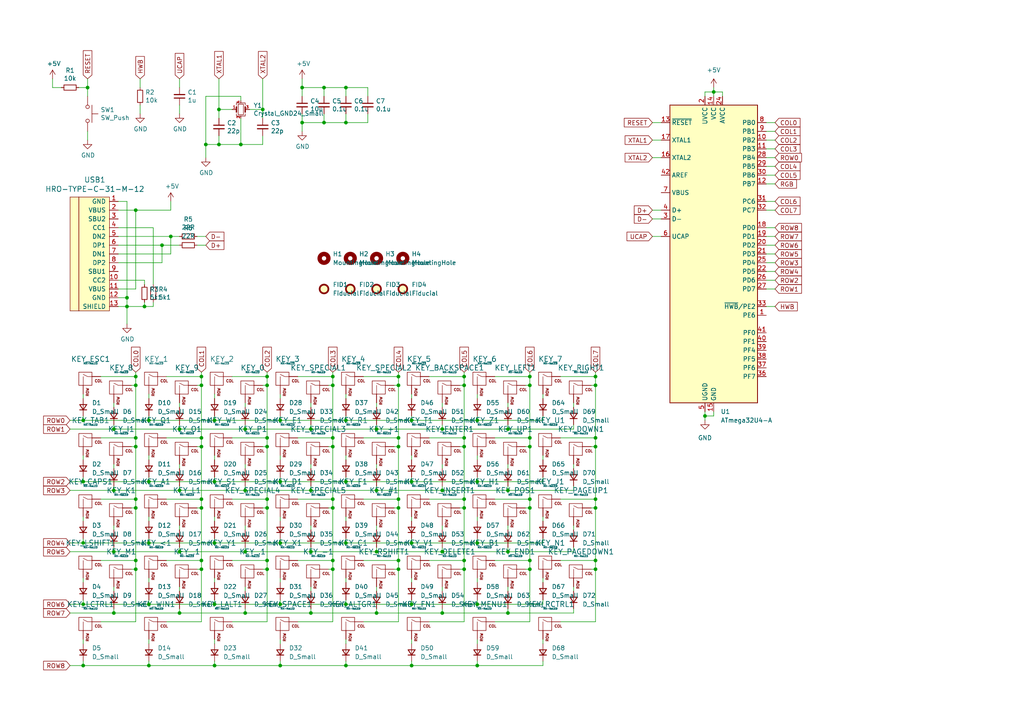
<source format=kicad_sch>
(kicad_sch (version 20211123) (generator eeschema)
  (paper "A4")
  (junction (at 138.43 121.92))
  (junction (at 134.62 144.78))
  (junction (at 115.57 165.1))
  (junction (at 172.72 129.54))
  (junction (at 119.38 193.04))
  (junction (at 58.42 127))
  (junction (at 81.28 175.26))
  (junction (at 43.18 175.26))
  (junction (at 58.42 144.78))
  (junction (at 115.57 111.76))
  (junction (at 134.62 111.76))
  (junction (at 52.07 177.8))
  (junction (at 96.52 144.78))
  (junction (at 115.57 129.54))
  (junction (at 138.43 157.48))
  (junction (at 172.72 109.22))
  (junction (at 90.17 177.8))
  (junction (at 33.02 124.46))
  (junction (at 87.63 35.56))
  (junction (at 77.47 162.56))
  (junction (at 77.47 144.78))
  (junction (at 96.52 109.22))
  (junction (at 115.57 147.32))
  (junction (at 39.37 162.56))
  (junction (at 115.57 109.22))
  (junction (at 147.32 142.24))
  (junction (at 87.63 25.4))
  (junction (at 147.32 160.02))
  (junction (at 109.22 177.8))
  (junction (at 33.02 142.24))
  (junction (at 109.22 160.02))
  (junction (at 119.38 157.48))
  (junction (at 71.12 177.8))
  (junction (at 172.72 127))
  (junction (at 172.72 144.78))
  (junction (at 81.28 139.7))
  (junction (at 109.22 124.46))
  (junction (at 119.38 121.92))
  (junction (at 96.52 165.1))
  (junction (at 153.67 147.32))
  (junction (at 77.47 109.22))
  (junction (at 96.52 127))
  (junction (at 207.01 26.67))
  (junction (at 100.33 193.04))
  (junction (at 96.52 111.76))
  (junction (at 128.27 160.02))
  (junction (at 24.13 121.92))
  (junction (at 147.32 124.46))
  (junction (at 24.13 175.26))
  (junction (at 115.57 144.78))
  (junction (at 77.47 147.32))
  (junction (at 59.69 41.91))
  (junction (at 153.67 165.1))
  (junction (at 39.37 111.76))
  (junction (at 24.13 157.48))
  (junction (at 39.37 109.22))
  (junction (at 58.42 147.32))
  (junction (at 76.2 31.75))
  (junction (at 81.28 157.48))
  (junction (at 33.02 177.8))
  (junction (at 58.42 165.1))
  (junction (at 138.43 193.04))
  (junction (at 93.98 25.4))
  (junction (at 81.28 121.92))
  (junction (at 39.37 127))
  (junction (at 172.72 111.76))
  (junction (at 62.23 193.04))
  (junction (at 71.12 124.46))
  (junction (at 100.33 121.92))
  (junction (at 43.18 121.92))
  (junction (at 96.52 162.56))
  (junction (at 41.91 88.9))
  (junction (at 77.47 129.54))
  (junction (at 33.02 160.02))
  (junction (at 58.42 109.22))
  (junction (at 24.13 193.04))
  (junction (at 128.27 142.24))
  (junction (at 43.18 157.48))
  (junction (at 153.67 109.22))
  (junction (at 134.62 129.54))
  (junction (at 49.53 68.58))
  (junction (at 81.28 193.04))
  (junction (at 52.07 160.02))
  (junction (at 63.5 31.75))
  (junction (at 52.07 124.46))
  (junction (at 109.22 142.24))
  (junction (at 128.27 177.8))
  (junction (at 52.07 142.24))
  (junction (at 100.33 25.4))
  (junction (at 62.23 121.92))
  (junction (at 39.37 165.1))
  (junction (at 172.72 165.1))
  (junction (at 63.5 41.91))
  (junction (at 39.37 144.78))
  (junction (at 128.27 124.46))
  (junction (at 62.23 175.26))
  (junction (at 96.52 147.32))
  (junction (at 24.13 139.7))
  (junction (at 153.67 162.56))
  (junction (at 77.47 165.1))
  (junction (at 134.62 109.22))
  (junction (at 43.18 139.7))
  (junction (at 153.67 129.54))
  (junction (at 153.67 127))
  (junction (at 36.83 86.36))
  (junction (at 138.43 139.7))
  (junction (at 43.18 193.04))
  (junction (at 100.33 139.7))
  (junction (at 39.37 129.54))
  (junction (at 134.62 162.56))
  (junction (at 172.72 162.56))
  (junction (at 119.38 175.26))
  (junction (at 138.43 175.26))
  (junction (at 77.47 127))
  (junction (at 90.17 124.46))
  (junction (at 36.83 88.9))
  (junction (at 134.62 127))
  (junction (at 46.99 71.12))
  (junction (at 153.67 111.76))
  (junction (at 71.12 142.24))
  (junction (at 39.37 147.32))
  (junction (at 119.38 139.7))
  (junction (at 39.37 60.96))
  (junction (at 100.33 35.56))
  (junction (at 147.32 177.8))
  (junction (at 153.67 144.78))
  (junction (at 25.4 25.4))
  (junction (at 71.12 160.02))
  (junction (at 58.42 162.56))
  (junction (at 96.52 129.54))
  (junction (at 100.33 175.26))
  (junction (at 115.57 162.56))
  (junction (at 69.85 41.91))
  (junction (at 172.72 147.32))
  (junction (at 77.47 111.76))
  (junction (at 204.47 120.65))
  (junction (at 134.62 147.32))
  (junction (at 58.42 129.54))
  (junction (at 90.17 160.02))
  (junction (at 115.57 127))
  (junction (at 93.98 35.56))
  (junction (at 58.42 111.76))
  (junction (at 62.23 139.7))
  (junction (at 62.23 157.48))
  (junction (at 90.17 142.24))
  (junction (at 134.62 165.1))
  (junction (at 100.33 157.48))
  (wire (pts (xy 24.13 121.92) (xy 24.13 120.65)))
  (wire (pts (xy 106.68 35.56) (xy 106.68 33.02)))
  (wire (pts (xy 48.26 180.34) (xy 58.42 180.34)))
  (wire (pts (xy 24.13 193.04) (xy 43.18 193.04)))
  (wire (pts (xy 77.47 129.54) (xy 76.2 129.54)))
  (wire (pts (xy 172.72 162.56) (xy 172.72 165.1)))
  (wire (pts (xy 96.52 162.56) (xy 96.52 165.1)))
  (wire (pts (xy 119.38 132.08) (xy 119.38 133.35)))
  (wire (pts (xy 157.48 193.04) (xy 157.48 191.77)))
  (wire (pts (xy 147.32 123.19) (xy 147.32 124.46)))
  (wire (pts (xy 109.22 142.24) (xy 90.17 142.24)))
  (wire (pts (xy 119.38 139.7) (xy 138.43 139.7)))
  (wire (pts (xy 100.33 132.08) (xy 100.33 133.35)))
  (wire (pts (xy 90.17 158.75) (xy 90.17 160.02)))
  (wire (pts (xy 67.31 127) (xy 77.47 127)))
  (wire (pts (xy 62.23 114.3) (xy 62.23 115.57)))
  (wire (pts (xy 33.02 134.62) (xy 33.02 135.89)))
  (wire (pts (xy 119.38 121.92) (xy 138.43 121.92)))
  (wire (pts (xy 58.42 127) (xy 58.42 129.54)))
  (wire (pts (xy 138.43 139.7) (xy 138.43 138.43)))
  (wire (pts (xy 77.47 111.76) (xy 77.47 127)))
  (wire (pts (xy 81.28 139.7) (xy 100.33 139.7)))
  (wire (pts (xy 100.33 35.56) (xy 100.33 33.02)))
  (wire (pts (xy 115.57 147.32) (xy 114.3 147.32)))
  (wire (pts (xy 138.43 132.08) (xy 138.43 133.35)))
  (wire (pts (xy 29.21 127) (xy 39.37 127)))
  (wire (pts (xy 134.62 111.76) (xy 134.62 127)))
  (wire (pts (xy 77.47 107.95) (xy 77.47 109.22)))
  (wire (pts (xy 109.22 116.84) (xy 109.22 118.11)))
  (wire (pts (xy 39.37 165.1) (xy 39.37 180.34)))
  (wire (pts (xy 138.43 185.42) (xy 138.43 186.69)))
  (wire (pts (xy 134.62 144.78) (xy 134.62 147.32)))
  (wire (pts (xy 96.52 147.32) (xy 95.25 147.32)))
  (wire (pts (xy 105.41 109.22) (xy 115.57 109.22)))
  (wire (pts (xy 109.22 152.4) (xy 109.22 153.67)))
  (wire (pts (xy 105.41 127) (xy 115.57 127)))
  (wire (pts (xy 34.29 68.58) (xy 49.53 68.58)))
  (wire (pts (xy 222.25 43.18) (xy 224.79 43.18)))
  (wire (pts (xy 77.47 109.22) (xy 77.47 111.76)))
  (wire (pts (xy 124.46 109.22) (xy 134.62 109.22)))
  (wire (pts (xy 93.98 25.4) (xy 87.63 25.4)))
  (wire (pts (xy 17.78 25.4) (xy 15.24 25.4)))
  (wire (pts (xy 134.62 147.32) (xy 133.35 147.32)))
  (wire (pts (xy 20.32 157.48) (xy 24.13 157.48)))
  (wire (pts (xy 128.27 176.53) (xy 128.27 177.8)))
  (wire (pts (xy 128.27 160.02) (xy 109.22 160.02)))
  (wire (pts (xy 24.13 157.48) (xy 24.13 156.21)))
  (wire (pts (xy 62.23 157.48) (xy 81.28 157.48)))
  (wire (pts (xy 33.02 177.8) (xy 33.02 176.53)))
  (wire (pts (xy 162.56 144.78) (xy 172.72 144.78)))
  (wire (pts (xy 48.26 127) (xy 58.42 127)))
  (wire (pts (xy 46.99 76.2) (xy 46.99 71.12)))
  (wire (pts (xy 222.25 71.12) (xy 224.79 71.12)))
  (wire (pts (xy 138.43 114.3) (xy 138.43 115.57)))
  (wire (pts (xy 90.17 116.84) (xy 90.17 118.11)))
  (wire (pts (xy 128.27 124.46) (xy 109.22 124.46)))
  (wire (pts (xy 39.37 129.54) (xy 38.1 129.54)))
  (wire (pts (xy 87.63 35.56) (xy 87.63 38.1)))
  (wire (pts (xy 20.32 193.04) (xy 24.13 193.04)))
  (wire (pts (xy 41.91 81.28) (xy 41.91 82.55)))
  (wire (pts (xy 33.02 142.24) (xy 33.02 140.97)))
  (wire (pts (xy 40.64 30.48) (xy 40.64 33.02)))
  (wire (pts (xy 90.17 160.02) (xy 71.12 160.02)))
  (wire (pts (xy 81.28 121.92) (xy 100.33 121.92)))
  (wire (pts (xy 153.67 165.1) (xy 153.67 180.34)))
  (wire (pts (xy 115.57 129.54) (xy 115.57 144.78)))
  (wire (pts (xy 77.47 129.54) (xy 77.47 144.78)))
  (wire (pts (xy 52.07 22.86) (xy 52.07 25.4)))
  (wire (pts (xy 39.37 109.22) (xy 39.37 111.76)))
  (wire (pts (xy 222.25 38.1) (xy 224.79 38.1)))
  (wire (pts (xy 96.52 111.76) (xy 95.25 111.76)))
  (wire (pts (xy 138.43 175.26) (xy 138.43 173.99)))
  (wire (pts (xy 81.28 157.48) (xy 81.28 156.21)))
  (wire (pts (xy 134.62 111.76) (xy 133.35 111.76)))
  (wire (pts (xy 39.37 60.96) (xy 34.29 60.96)))
  (wire (pts (xy 81.28 157.48) (xy 100.33 157.48)))
  (wire (pts (xy 134.62 107.95) (xy 134.62 109.22)))
  (wire (pts (xy 109.22 177.8) (xy 90.17 177.8)))
  (wire (pts (xy 43.18 157.48) (xy 43.18 156.21)))
  (wire (pts (xy 189.23 35.56) (xy 191.77 35.56)))
  (wire (pts (xy 71.12 160.02) (xy 52.07 160.02)))
  (wire (pts (xy 115.57 127) (xy 115.57 129.54)))
  (wire (pts (xy 119.38 139.7) (xy 119.38 138.43)))
  (wire (pts (xy 81.28 167.64) (xy 81.28 168.91)))
  (wire (pts (xy 25.4 38.1) (xy 25.4 40.64)))
  (wire (pts (xy 39.37 127) (xy 39.37 129.54)))
  (wire (pts (xy 105.41 144.78) (xy 115.57 144.78)))
  (wire (pts (xy 39.37 144.78) (xy 39.37 147.32)))
  (wire (pts (xy 36.83 88.9) (xy 36.83 86.36)))
  (wire (pts (xy 204.47 27.94) (xy 204.47 26.67)))
  (wire (pts (xy 71.12 123.19) (xy 71.12 124.46)))
  (wire (pts (xy 172.72 111.76) (xy 171.45 111.76)))
  (wire (pts (xy 143.51 162.56) (xy 153.67 162.56)))
  (wire (pts (xy 58.42 111.76) (xy 58.42 127)))
  (wire (pts (xy 52.07 116.84) (xy 52.07 118.11)))
  (wire (pts (xy 39.37 60.96) (xy 49.53 60.96)))
  (wire (pts (xy 138.43 121.92) (xy 138.43 120.65)))
  (wire (pts (xy 115.57 162.56) (xy 115.57 165.1)))
  (wire (pts (xy 81.28 132.08) (xy 81.28 133.35)))
  (wire (pts (xy 147.32 134.62) (xy 147.32 135.89)))
  (wire (pts (xy 157.48 157.48) (xy 157.48 156.21)))
  (wire (pts (xy 153.67 111.76) (xy 152.4 111.76)))
  (wire (pts (xy 24.13 193.04) (xy 24.13 191.77)))
  (wire (pts (xy 115.57 144.78) (xy 115.57 147.32)))
  (wire (pts (xy 24.13 139.7) (xy 24.13 138.43)))
  (wire (pts (xy 90.17 152.4) (xy 90.17 153.67)))
  (wire (pts (xy 90.17 123.19) (xy 90.17 124.46)))
  (wire (pts (xy 147.32 158.75) (xy 147.32 160.02)))
  (wire (pts (xy 222.25 76.2) (xy 224.79 76.2)))
  (wire (pts (xy 34.29 71.12) (xy 46.99 71.12)))
  (wire (pts (xy 34.29 83.82) (xy 39.37 83.82)))
  (wire (pts (xy 153.67 147.32) (xy 153.67 162.56)))
  (wire (pts (xy 41.91 87.63) (xy 41.91 88.9)))
  (wire (pts (xy 52.07 176.53) (xy 52.07 177.8)))
  (wire (pts (xy 128.27 177.8) (xy 109.22 177.8)))
  (wire (pts (xy 147.32 124.46) (xy 166.37 124.46)))
  (wire (pts (xy 58.42 165.1) (xy 58.42 180.34)))
  (wire (pts (xy 39.37 165.1) (xy 38.1 165.1)))
  (wire (pts (xy 209.55 27.94) (xy 209.55 26.67)))
  (wire (pts (xy 207.01 26.67) (xy 207.01 25.4)))
  (wire (pts (xy 77.47 144.78) (xy 77.47 147.32)))
  (wire (pts (xy 222.25 50.8) (xy 224.79 50.8)))
  (wire (pts (xy 109.22 124.46) (xy 90.17 124.46)))
  (wire (pts (xy 39.37 107.95) (xy 39.37 109.22)))
  (wire (pts (xy 52.07 160.02) (xy 33.02 160.02)))
  (wire (pts (xy 39.37 147.32) (xy 39.37 162.56)))
  (wire (pts (xy 63.5 31.75) (xy 67.31 31.75)))
  (wire (pts (xy 90.17 176.53) (xy 90.17 177.8)))
  (wire (pts (xy 81.28 149.86) (xy 81.28 151.13)))
  (wire (pts (xy 81.28 175.26) (xy 100.33 175.26)))
  (wire (pts (xy 96.52 129.54) (xy 96.52 144.78)))
  (wire (pts (xy 36.83 86.36) (xy 36.83 58.42)))
  (wire (pts (xy 90.17 170.18) (xy 90.17 171.45)))
  (wire (pts (xy 71.12 152.4) (xy 71.12 153.67)))
  (wire (pts (xy 62.23 175.26) (xy 62.23 173.99)))
  (wire (pts (xy 41.91 88.9) (xy 36.83 88.9)))
  (wire (pts (xy 43.18 139.7) (xy 43.18 138.43)))
  (wire (pts (xy 52.07 177.8) (xy 33.02 177.8)))
  (wire (pts (xy 58.42 144.78) (xy 58.42 147.32)))
  (wire (pts (xy 44.45 66.04) (xy 44.45 82.55)))
  (wire (pts (xy 147.32 140.97) (xy 147.32 142.24)))
  (wire (pts (xy 138.43 193.04) (xy 138.43 191.77)))
  (wire (pts (xy 204.47 119.38) (xy 204.47 120.65)))
  (wire (pts (xy 39.37 83.82) (xy 39.37 60.96)))
  (wire (pts (xy 157.48 167.64) (xy 157.48 168.91)))
  (wire (pts (xy 166.37 170.18) (xy 166.37 171.45)))
  (wire (pts (xy 43.18 193.04) (xy 62.23 193.04)))
  (wire (pts (xy 134.62 165.1) (xy 134.62 180.34)))
  (wire (pts (xy 100.33 175.26) (xy 100.33 173.99)))
  (wire (pts (xy 166.37 140.97) (xy 166.37 142.24)))
  (wire (pts (xy 48.26 162.56) (xy 58.42 162.56)))
  (wire (pts (xy 172.72 129.54) (xy 171.45 129.54)))
  (wire (pts (xy 138.43 121.92) (xy 157.48 121.92)))
  (wire (pts (xy 76.2 39.37) (xy 76.2 41.91)))
  (wire (pts (xy 147.32 170.18) (xy 147.32 171.45)))
  (wire (pts (xy 24.13 139.7) (xy 43.18 139.7)))
  (wire (pts (xy 62.23 121.92) (xy 81.28 121.92)))
  (wire (pts (xy 153.67 129.54) (xy 153.67 144.78)))
  (wire (pts (xy 90.17 124.46) (xy 71.12 124.46)))
  (wire (pts (xy 157.48 132.08) (xy 157.48 133.35)))
  (wire (pts (xy 41.91 88.9) (xy 44.45 88.9)))
  (wire (pts (xy 52.07 134.62) (xy 52.07 135.89)))
  (wire (pts (xy 115.57 165.1) (xy 114.3 165.1)))
  (wire (pts (xy 24.13 132.08) (xy 24.13 133.35)))
  (wire (pts (xy 124.46 144.78) (xy 134.62 144.78)))
  (wire (pts (xy 41.91 81.28) (xy 34.29 81.28)))
  (wire (pts (xy 105.41 162.56) (xy 115.57 162.56)))
  (wire (pts (xy 43.18 175.26) (xy 62.23 175.26)))
  (wire (pts (xy 153.67 127) (xy 153.67 129.54)))
  (wire (pts (xy 153.67 111.76) (xy 153.67 127)))
  (wire (pts (xy 119.38 167.64) (xy 119.38 168.91)))
  (wire (pts (xy 15.24 25.4) (xy 15.24 22.86)))
  (wire (pts (xy 166.37 123.19) (xy 166.37 124.46)))
  (wire (pts (xy 119.38 193.04) (xy 119.38 191.77)))
  (wire (pts (xy 96.52 107.95) (xy 96.52 109.22)))
  (wire (pts (xy 90.17 134.62) (xy 90.17 135.89)))
  (wire (pts (xy 172.72 147.32) (xy 172.72 162.56)))
  (wire (pts (xy 128.27 142.24) (xy 109.22 142.24)))
  (wire (pts (xy 222.25 45.72) (xy 224.79 45.72)))
  (wire (pts (xy 189.23 60.96) (xy 191.77 60.96)))
  (wire (pts (xy 100.33 157.48) (xy 119.38 157.48)))
  (wire (pts (xy 119.38 114.3) (xy 119.38 115.57)))
  (wire (pts (xy 138.43 175.26) (xy 157.48 175.26)))
  (wire (pts (xy 100.33 185.42) (xy 100.33 186.69)))
  (wire (pts (xy 71.12 170.18) (xy 71.12 171.45)))
  (wire (pts (xy 34.29 88.9) (xy 36.83 88.9)))
  (wire (pts (xy 207.01 119.38) (xy 207.01 120.65)))
  (wire (pts (xy 138.43 167.64) (xy 138.43 168.91)))
  (wire (pts (xy 86.36 180.34) (xy 96.52 180.34)))
  (wire (pts (xy 43.18 121.92) (xy 43.18 120.65)))
  (wire (pts (xy 166.37 134.62) (xy 166.37 135.89)))
  (wire (pts (xy 162.56 180.34) (xy 172.72 180.34)))
  (wire (pts (xy 100.33 175.26) (xy 119.38 175.26)))
  (wire (pts (xy 172.72 127) (xy 172.72 129.54)))
  (wire (pts (xy 25.4 22.86) (xy 25.4 25.4)))
  (wire (pts (xy 62.23 193.04) (xy 62.23 191.77)))
  (wire (pts (xy 209.55 26.67) (xy 207.01 26.67)))
  (wire (pts (xy 29.21 109.22) (xy 39.37 109.22)))
  (wire (pts (xy 36.83 88.9) (xy 36.83 93.98)))
  (wire (pts (xy 96.52 109.22) (xy 96.52 111.76)))
  (wire (pts (xy 77.47 147.32) (xy 76.2 147.32)))
  (wire (pts (xy 100.33 139.7) (xy 100.33 138.43)))
  (wire (pts (xy 87.63 25.4) (xy 87.63 27.94)))
  (wire (pts (xy 63.5 39.37) (xy 63.5 41.91)))
  (wire (pts (xy 204.47 26.67) (xy 207.01 26.67)))
  (wire (pts (xy 222.25 83.82) (xy 224.79 83.82)))
  (wire (pts (xy 143.51 144.78) (xy 153.67 144.78)))
  (wire (pts (xy 128.27 134.62) (xy 128.27 135.89)))
  (wire (pts (xy 189.23 45.72) (xy 191.77 45.72)))
  (wire (pts (xy 222.25 48.26) (xy 224.79 48.26)))
  (wire (pts (xy 58.42 109.22) (xy 58.42 111.76)))
  (wire (pts (xy 20.32 121.92) (xy 24.13 121.92)))
  (wire (pts (xy 33.02 124.46) (xy 33.02 123.19)))
  (wire (pts (xy 119.38 149.86) (xy 119.38 151.13)))
  (wire (pts (xy 124.46 162.56) (xy 134.62 162.56)))
  (wire (pts (xy 36.83 58.42) (xy 34.29 58.42)))
  (wire (pts (xy 138.43 139.7) (xy 157.48 139.7)))
  (wire (pts (xy 86.36 109.22) (xy 96.52 109.22)))
  (wire (pts (xy 58.42 162.56) (xy 58.42 165.1)))
  (wire (pts (xy 24.13 157.48) (xy 43.18 157.48)))
  (wire (pts (xy 119.38 157.48) (xy 119.38 156.21)))
  (wire (pts (xy 67.31 144.78) (xy 77.47 144.78)))
  (wire (pts (xy 134.62 129.54) (xy 134.62 144.78)))
  (wire (pts (xy 69.85 41.91) (xy 63.5 41.91)))
  (wire (pts (xy 52.07 142.24) (xy 33.02 142.24)))
  (wire (pts (xy 115.57 165.1) (xy 115.57 180.34)))
  (wire (pts (xy 147.32 176.53) (xy 147.32 177.8)))
  (wire (pts (xy 58.42 147.32) (xy 57.15 147.32)))
  (wire (pts (xy 105.41 180.34) (xy 115.57 180.34)))
  (wire (pts (xy 100.33 193.04) (xy 119.38 193.04)))
  (wire (pts (xy 172.72 111.76) (xy 172.72 127)))
  (wire (pts (xy 77.47 111.76) (xy 76.2 111.76)))
  (wire (pts (xy 87.63 33.02) (xy 87.63 35.56)))
  (wire (pts (xy 222.25 81.28) (xy 224.79 81.28)))
  (wire (pts (xy 222.25 58.42) (xy 224.79 58.42)))
  (wire (pts (xy 134.62 127) (xy 134.62 129.54)))
  (wire (pts (xy 115.57 109.22) (xy 115.57 111.76)))
  (wire (pts (xy 34.29 73.66) (xy 49.53 73.66)))
  (wire (pts (xy 25.4 27.94) (xy 25.4 25.4)))
  (wire (pts (xy 81.28 114.3) (xy 81.28 115.57)))
  (wire (pts (xy 39.37 147.32) (xy 38.1 147.32)))
  (wire (pts (xy 43.18 185.42) (xy 43.18 186.69)))
  (wire (pts (xy 43.18 167.64) (xy 43.18 168.91)))
  (wire (pts (xy 71.12 142.24) (xy 52.07 142.24)))
  (wire (pts (xy 67.31 180.34) (xy 77.47 180.34)))
  (wire (pts (xy 172.72 165.1) (xy 172.72 180.34)))
  (wire (pts (xy 67.31 162.56) (xy 77.47 162.56)))
  (wire (pts (xy 143.51 127) (xy 153.67 127)))
  (wire (pts (xy 207.01 120.65) (xy 204.47 120.65)))
  (wire (pts (xy 100.33 121.92) (xy 100.33 120.65)))
  (wire (pts (xy 153.67 107.95) (xy 153.67 109.22)))
  (wire (pts (xy 93.98 27.94) (xy 93.98 25.4)))
  (wire (pts (xy 222.25 78.74) (xy 224.79 78.74)))
  (wire (pts (xy 43.18 114.3) (xy 43.18 115.57)))
  (wire (pts (xy 119.38 175.26) (xy 119.38 173.99)))
  (wire (pts (xy 77.47 147.32) (xy 77.47 162.56)))
  (wire (pts (xy 86.36 162.56) (xy 96.52 162.56)))
  (wire (pts (xy 100.33 139.7) (xy 119.38 139.7)))
  (wire (pts (xy 52.07 152.4) (xy 52.07 153.67)))
  (wire (pts (xy 33.02 116.84) (xy 33.02 118.11)))
  (wire (pts (xy 153.67 147.32) (xy 152.4 147.32)))
  (wire (pts (xy 71.12 158.75) (xy 71.12 160.02)))
  (wire (pts (xy 119.38 157.48) (xy 138.43 157.48)))
  (wire (pts (xy 20.32 142.24) (xy 33.02 142.24)))
  (wire (pts (xy 109.22 176.53) (xy 109.22 177.8)))
  (wire (pts (xy 157.48 139.7) (xy 157.48 138.43)))
  (wire (pts (xy 96.52 147.32) (xy 96.52 162.56)))
  (wire (pts (xy 81.28 185.42) (xy 81.28 186.69)))
  (wire (pts (xy 166.37 158.75) (xy 166.37 160.02)))
  (wire (pts (xy 153.67 162.56) (xy 153.67 165.1)))
  (wire (pts (xy 86.36 127) (xy 96.52 127)))
  (wire (pts (xy 166.37 176.53) (xy 166.37 177.8)))
  (wire (pts (xy 222.25 88.9) (xy 224.79 88.9)))
  (wire (pts (xy 222.25 53.34) (xy 224.79 53.34)))
  (wire (pts (xy 62.23 132.08) (xy 62.23 133.35)))
  (wire (pts (xy 39.37 111.76) (xy 38.1 111.76)))
  (wire (pts (xy 20.32 177.8) (xy 33.02 177.8)))
  (wire (pts (xy 119.38 121.92) (xy 119.38 120.65)))
  (wire (pts (xy 62.23 139.7) (xy 62.23 138.43)))
  (wire (pts (xy 43.18 132.08) (xy 43.18 133.35)))
  (wire (pts (xy 222.25 60.96) (xy 224.79 60.96)))
  (wire (pts (xy 67.31 109.22) (xy 77.47 109.22)))
  (wire (pts (xy 57.15 68.58) (xy 59.69 68.58)))
  (wire (pts (xy 76.2 22.86) (xy 76.2 31.75)))
  (wire (pts (xy 128.27 152.4) (xy 128.27 153.67)))
  (wire (pts (xy 96.52 165.1) (xy 96.52 180.34)))
  (wire (pts (xy 128.27 170.18) (xy 128.27 171.45)))
  (wire (pts (xy 76.2 31.75) (xy 76.2 34.29)))
  (wire (pts (xy 43.18 121.92) (xy 62.23 121.92)))
  (wire (pts (xy 59.69 27.94) (xy 59.69 41.91)))
  (wire (pts (xy 58.42 129.54) (xy 58.42 144.78)))
  (wire (pts (xy 62.23 193.04) (xy 81.28 193.04)))
  (wire (pts (xy 157.48 149.86) (xy 157.48 151.13)))
  (wire (pts (xy 48.26 109.22) (xy 58.42 109.22)))
  (wire (pts (xy 29.21 162.56) (xy 39.37 162.56)))
  (wire (pts (xy 147.32 160.02) (xy 166.37 160.02)))
  (wire (pts (xy 90.17 142.24) (xy 71.12 142.24)))
  (wire (pts (xy 153.67 109.22) (xy 153.67 111.76)))
  (wire (pts (xy 119.38 193.04) (xy 138.43 193.04)))
  (wire (pts (xy 109.22 140.97) (xy 109.22 142.24)))
  (wire (pts (xy 166.37 116.84) (xy 166.37 118.11)))
  (wire (pts (xy 62.23 149.86) (xy 62.23 151.13)))
  (wire (pts (xy 29.21 180.34) (xy 39.37 180.34)))
  (wire (pts (xy 33.02 152.4) (xy 33.02 153.67)))
  (wire (pts (xy 100.33 167.64) (xy 100.33 168.91)))
  (wire (pts (xy 93.98 35.56) (xy 100.33 35.56)))
  (wire (pts (xy 58.42 165.1) (xy 57.15 165.1)))
  (wire (pts (xy 34.29 86.36) (xy 36.83 86.36)))
  (wire (pts (xy 69.85 29.21) (xy 69.85 27.94)))
  (wire (pts (xy 39.37 162.56) (xy 39.37 165.1)))
  (wire (pts (xy 33.02 170.18) (xy 33.02 171.45)))
  (wire (pts (xy 24.13 167.64) (xy 24.13 168.91)))
  (wire (pts (xy 153.67 129.54) (xy 152.4 129.54)))
  (wire (pts (xy 34.29 66.04) (xy 44.45 66.04)))
  (wire (pts (xy 189.23 68.58) (xy 191.77 68.58)))
  (wire (pts (xy 81.28 121.92) (xy 81.28 120.65)))
  (wire (pts (xy 119.38 185.42) (xy 119.38 186.69)))
  (wire (pts (xy 222.25 40.64) (xy 224.79 40.64)))
  (wire (pts (xy 157.48 185.42) (xy 157.48 186.69)))
  (wire (pts (xy 93.98 33.02) (xy 93.98 35.56)))
  (wire (pts (xy 153.67 144.78) (xy 153.67 147.32)))
  (wire (pts (xy 62.23 175.26) (xy 81.28 175.26)))
  (wire (pts (xy 58.42 129.54) (xy 57.15 129.54)))
  (wire (pts (xy 81.28 193.04) (xy 100.33 193.04)))
  (wire (pts (xy 63.5 31.75) (xy 63.5 34.29)))
  (wire (pts (xy 39.37 111.76) (xy 39.37 127)))
  (wire (pts (xy 128.27 116.84) (xy 128.27 118.11)))
  (wire (pts (xy 24.13 175.26) (xy 43.18 175.26)))
  (wire (pts (xy 43.18 193.04) (xy 43.18 191.77)))
  (wire (pts (xy 52.07 158.75) (xy 52.07 160.02)))
  (wire (pts (xy 87.63 22.86) (xy 87.63 25.4)))
  (wire (pts (xy 106.68 25.4) (xy 106.68 27.94)))
  (wire (pts (xy 96.52 127) (xy 96.52 129.54)))
  (wire (pts (xy 147.32 160.02) (xy 128.27 160.02)))
  (wire (pts (xy 157.48 114.3) (xy 157.48 115.57)))
  (wire (pts (xy 62.23 139.7) (xy 81.28 139.7)))
  (wire (pts (xy 147.32 142.24) (xy 166.37 142.24)))
  (wire (pts (xy 100.33 25.4) (xy 106.68 25.4)))
  (wire (pts (xy 204.47 120.65) (xy 204.47 121.92)))
  (wire (pts (xy 24.13 185.42) (xy 24.13 186.69)))
  (wire (pts (xy 59.69 41.91) (xy 59.69 45.72)))
  (wire (pts (xy 147.32 177.8) (xy 166.37 177.8)))
  (wire (pts (xy 128.27 158.75) (xy 128.27 160.02)))
  (wire (pts (xy 109.22 158.75) (xy 109.22 160.02)))
  (wire (pts (xy 34.29 76.2) (xy 46.99 76.2)))
  (wire (pts (xy 77.47 162.56) (xy 77.47 165.1)))
  (wire (pts (xy 128.27 140.97) (xy 128.27 142.24)))
  (wire (pts (xy 96.52 144.78) (xy 96.52 147.32)))
  (wire (pts (xy 62.23 167.64) (xy 62.23 168.91)))
  (wire (pts (xy 100.33 35.56) (xy 106.68 35.56)))
  (wire (pts (xy 77.47 165.1) (xy 76.2 165.1)))
  (wire (pts (xy 62.23 185.42) (xy 62.23 186.69)))
  (wire (pts (xy 172.72 107.95) (xy 172.72 109.22)))
  (wire (pts (xy 134.62 147.32) (xy 134.62 162.56)))
  (wire (pts (xy 128.27 123.19) (xy 128.27 124.46)))
  (wire (pts (xy 43.18 175.26) (xy 43.18 173.99)))
  (wire (pts (xy 59.69 27.94) (xy 69.85 27.94)))
  (wire (pts (xy 69.85 41.91) (xy 76.2 41.91)))
  (wire (pts (xy 143.51 180.34) (xy 153.67 180.34)))
  (wire (pts (xy 222.25 68.58) (xy 224.79 68.58)))
  (wire (pts (xy 20.32 124.46) (xy 33.02 124.46)))
  (wire (pts (xy 24.13 175.26) (xy 24.13 173.99)))
  (wire (pts (xy 157.48 175.26) (xy 157.48 173.99)))
  (wire (pts (xy 20.32 175.26) (xy 24.13 175.26)))
  (wire (pts (xy 162.56 109.22) (xy 172.72 109.22)))
  (wire (pts (xy 157.48 121.92) (xy 157.48 120.65)))
  (wire (pts (xy 40.64 22.86) (xy 40.64 25.4)))
  (wire (pts (xy 138.43 193.04) (xy 157.48 193.04)))
  (wire (pts (xy 81.28 139.7) (xy 81.28 138.43)))
  (wire (pts (xy 100.33 25.4) (xy 100.33 27.94)))
  (wire (pts (xy 24.13 121.92) (xy 43.18 121.92)))
  (wire (pts (xy 77.47 165.1) (xy 77.47 180.34)))
  (wire (pts (xy 134.62 162.56) (xy 134.62 165.1)))
  (wire (pts (xy 20.32 160.02) (xy 33.02 160.02)))
  (wire (pts (xy 115.57 129.54) (xy 114.3 129.54)))
  (wire (pts (xy 222.25 35.56) (xy 224.79 35.56)))
  (wire (pts (xy 86.36 144.78) (xy 96.52 144.78)))
  (wire (pts (xy 71.12 177.8) (xy 52.07 177.8)))
  (wire (pts (xy 52.07 170.18) (xy 52.07 171.45)))
  (wire (pts (xy 62.23 157.48) (xy 62.23 156.21)))
  (wire (pts (xy 138.43 157.48) (xy 138.43 156.21)))
  (wire (pts (xy 39.37 129.54) (xy 39.37 144.78)))
  (wire (pts (xy 43.18 157.48) (xy 62.23 157.48)))
  (wire (pts (xy 72.39 31.75) (xy 76.2 31.75)))
  (wire (pts (xy 207.01 26.67) (xy 207.01 27.94)))
  (wire (pts (xy 48.26 144.78) (xy 58.42 144.78)))
  (wire (pts (xy 134.62 109.22) (xy 134.62 111.76)))
  (wire (pts (xy 62.23 121.92) (xy 62.23 120.65)))
  (wire (pts (xy 24.13 114.3) (xy 24.13 115.57)))
  (wire (pts (xy 96.52 129.54) (xy 95.25 129.54)))
  (wire (pts (xy 96.52 165.1) (xy 95.25 165.1)))
  (wire (pts (xy 109.22 170.18) (xy 109.22 171.45)))
  (wire (pts (xy 115.57 107.95) (xy 115.57 109.22)))
  (wire (pts (xy 134.62 129.54) (xy 133.35 129.54)))
  (wire (pts (xy 189.23 40.64) (xy 191.77 40.64)))
  (wire (pts (xy 115.57 111.76) (xy 114.3 111.76)))
  (wire (pts (xy 71.12 176.53) (xy 71.12 177.8)))
  (wire (pts (xy 172.72 147.32) (xy 171.45 147.32)))
  (wire (pts (xy 138.43 157.48) (xy 157.48 157.48)))
  (wire (pts (xy 52.07 123.19) (xy 52.07 124.46)))
  (wire (pts (xy 81.28 193.04) (xy 81.28 191.77)))
  (wire (pts (xy 172.72 144.78) (xy 172.72 147.32)))
  (wire (pts (xy 49.53 60.96) (xy 49.53 58.42)))
  (wire (pts (xy 90.17 140.97) (xy 90.17 142.24)))
  (wire (pts (xy 222.25 66.04) (xy 224.79 66.04)))
  (wire (pts (xy 100.33 157.48) (xy 100.33 156.21)))
  (wire (pts (xy 162.56 162.56) (xy 172.72 162.56)))
  (wire (pts (xy 43.18 149.86) (xy 43.18 151.13)))
  (wire (pts (xy 100.33 121.92) (xy 119.38 121.92)))
  (wire (pts (xy 172.72 129.54) (xy 172.72 144.78)))
  (wire (pts (xy 100.33 193.04) (xy 100.33 191.77)))
  (wire (pts (xy 93.98 25.4) (xy 100.33 25.4)))
  (wire (pts (xy 124.46 180.34) (xy 134.62 180.34)))
  (wire (pts (xy 189.23 63.5) (xy 191.77 63.5)))
  (wire (pts (xy 109.22 123.19) (xy 109.22 124.46)))
  (wire (pts (xy 43.18 139.7) (xy 62.23 139.7)))
  (wire (pts (xy 71.12 134.62) (xy 71.12 135.89)))
  (wire (pts (xy 52.07 124.46) (xy 33.02 124.46)))
  (wire (pts (xy 58.42 147.32) (xy 58.42 162.56)))
  (wire (pts (xy 147.32 116.84) (xy 147.32 118.11)))
  (wire (pts (xy 147.32 177.8) (xy 128.27 177.8)))
  (wire (pts (xy 52.07 30.48) (xy 52.07 33.02)))
  (wire (pts (xy 115.57 147.32) (xy 115.57 162.56)))
  (wire (pts (xy 52.07 140.97) (xy 52.07 142.24)))
  (wire (pts (xy 147.32 142.24) (xy 128.27 142.24)))
  (wire (pts (xy 109.22 134.62) (xy 109.22 135.89)))
  (wire (pts (xy 81.28 175.26) (xy 81.28 173.99)))
  (wire (pts (xy 143.51 109.22) (xy 153.67 109.22)))
  (wire (pts (xy 124.46 127) (xy 134.62 127)))
  (wire (pts (xy 69.85 34.29) (xy 69.85 41.91)))
  (wire (pts (xy 71.12 124.46) (xy 52.07 124.46)))
  (wire (pts (xy 166.37 152.4) (xy 166.37 153.67)))
  (wire (pts (xy 77.47 127) (xy 77.47 129.54)))
  (wire (pts (xy 162.56 127) (xy 172.72 127)))
  (wire (pts (xy 71.12 116.84) (xy 71.12 118.11)))
  (wire (pts (xy 24.13 149.86) (xy 24.13 151.13)))
  (wire (pts (xy 138.43 149.86) (xy 138.43 151.13)))
  (wire (pts (xy 134.62 165.1) (xy 133.35 165.1)))
  (wire (pts (xy 49.53 68.58) (xy 52.07 68.58)))
  (wire (pts (xy 153.67 165.1) (xy 152.4 165.1)))
  (wire (pts (xy 147.32 124.46) (xy 128.27 124.46)))
  (wire (pts (xy 22.86 25.4) (xy 25.4 25.4)))
  (wire (pts (xy 147.32 152.4) (xy 147.32 153.67)))
  (wire (pts (xy 59.69 41.91) (xy 63.5 41.91)))
  (wire (pts (xy 172.72 109.22) (xy 172.72 111.76)))
  (wire (pts (xy 44.45 87.63) (xy 44.45 88.9)))
  (wire (pts (xy 58.42 111.76) (xy 57.15 111.76)))
  (wire (pts (xy 119.38 175.26) (xy 138.43 175.26)))
  (wire (pts (xy 59.69 71.12) (xy 57.15 71.12)))
  (wire (pts (xy 63.5 22.86) (xy 63.5 31.75)))
  (wire (pts (xy 93.98 35.56) (xy 87.63 35.56)))
  (wire (pts (xy 172.72 165.1) (xy 171.45 165.1)))
  (wire (pts (xy 71.12 140.97) (xy 71.12 142.24)))
  (wire (pts (xy 90.17 177.8) (xy 71.12 177.8)))
  (wire (pts (xy 96.52 111.76) (xy 96.52 127)))
  (wire (pts (xy 58.42 107.95) (xy 58.42 109.22)))
  (wire (pts (xy 100.33 114.3) (xy 100.33 115.57)))
  (wire (pts (xy 100.33 149.86) (xy 100.33 151.13)))
  (wire (pts (xy 222.25 73.66) (xy 224.79 73.66)))
  (wire (pts (xy 109.22 160.02) (xy 90.17 160.02)))
  (wire (pts (xy 115.57 111.76) (xy 115.57 127)))
  (wire (pts (xy 20.32 139.7) (xy 24.13 139.7)))
  (wire (pts (xy 29.21 144.78) (xy 39.37 144.78)))
  (wire (pts (xy 49.53 73.66) (xy 49.53 68.58)))
  (wire (pts (xy 33.02 160.02) (xy 33.02 158.75)))
  (wire (pts (xy 46.99 71.12) (xy 52.07 71.12)))
  (global_label "COL0" (shape input) (at 224.79 35.56 0) (property "Intersheet References" "${INTERSHEET_REFS}" (effects hide)))
  (global_label "HWB" (shape input) (at 40.64 22.86 90) (property "Intersheet References" "${INTERSHEET_REFS}" (effects hide)))
  (global_label "ROW8" (shape input) (at 20.32 193.04 180) (property "Intersheet References" "${INTERSHEET_REFS}" (effects hide)))
  (global_label "COL7" (shape input) (at 224.79 60.96 0) (property "Intersheet References" "${INTERSHEET_REFS}" (effects hide)))
  (global_label "XTAL1" (shape input) (at 189.23 40.64 180) (property "Intersheet References" "${INTERSHEET_REFS}" (effects hide)))
  (global_label "COL6" (shape input) (at 153.67 107.95 90) (property "Intersheet References" "${INTERSHEET_REFS}" (effects hide)))
  (global_label "ROW0" (shape input) (at 20.32 121.92 180) (property "Intersheet References" "${INTERSHEET_REFS}" (effects hide)))
  (global_label "D+" (shape input) (at 59.69 71.12 0) (property "Intersheet References" "${INTERSHEET_REFS}" (effects hide)))
  (global_label "COL5" (shape input) (at 224.79 50.8 0) (property "Intersheet References" "${INTERSHEET_REFS}" (effects hide)))
  (global_label "ROW7" (shape input) (at 20.32 177.8 180) (property "Intersheet References" "${INTERSHEET_REFS}" (effects hide)))
  (global_label "RESET" (shape input) (at 189.23 35.56 180) (property "Intersheet References" "${INTERSHEET_REFS}" (effects hide)))
  (global_label "ROW6" (shape input) (at 224.79 71.12 0) (property "Intersheet References" "${INTERSHEET_REFS}" (effects hide)))
  (global_label "ROW4" (shape input) (at 20.32 157.48 180) (property "Intersheet References" "${INTERSHEET_REFS}" (effects hide)))
  (global_label "COL2" (shape input) (at 77.47 107.95 90) (property "Intersheet References" "${INTERSHEET_REFS}" (effects hide)))
  (global_label "COL3" (shape input) (at 224.79 43.18 0) (property "Intersheet References" "${INTERSHEET_REFS}" (effects hide)))
  (global_label "UCAP" (shape input) (at 189.23 68.58 180) (property "Intersheet References" "${INTERSHEET_REFS}" (effects hide)))
  (global_label "ROW3" (shape input) (at 20.32 142.24 180) (property "Intersheet References" "${INTERSHEET_REFS}" (effects hide)))
  (global_label "ROW4" (shape input) (at 224.79 78.74 0) (property "Intersheet References" "${INTERSHEET_REFS}" (effects hide)))
  (global_label "D-" (shape input) (at 59.69 68.58 0) (property "Intersheet References" "${INTERSHEET_REFS}" (effects hide)))
  (global_label "ROW7" (shape input) (at 224.79 68.58 0) (property "Intersheet References" "${INTERSHEET_REFS}" (effects hide)))
  (global_label "COL1" (shape input) (at 224.79 38.1 0) (property "Intersheet References" "${INTERSHEET_REFS}" (effects hide)))
  (global_label "COL4" (shape input) (at 115.57 107.95 90) (property "Intersheet References" "${INTERSHEET_REFS}" (effects hide)))
  (global_label "COL5" (shape input) (at 134.62 107.95 90) (property "Intersheet References" "${INTERSHEET_REFS}" (effects hide)))
  (global_label "D-" (shape input) (at 189.23 63.5 180) (property "Intersheet References" "${INTERSHEET_REFS}" (effects hide)))
  (global_label "ROW6" (shape input) (at 20.32 175.26 180) (property "Intersheet References" "${INTERSHEET_REFS}" (effects hide)))
  (global_label "ROW5" (shape input) (at 224.79 73.66 0) (property "Intersheet References" "${INTERSHEET_REFS}" (effects hide)))
  (global_label "COL2" (shape input) (at 224.79 40.64 0) (property "Intersheet References" "${INTERSHEET_REFS}" (effects hide)))
  (global_label "UCAP" (shape input) (at 52.07 22.86 90) (property "Intersheet References" "${INTERSHEET_REFS}" (effects hide)))
  (global_label "ROW8" (shape input) (at 224.79 66.04 0) (property "Intersheet References" "${INTERSHEET_REFS}" (effects hide)))
  (global_label "ROW2" (shape input) (at 20.32 139.7 180) (property "Intersheet References" "${INTERSHEET_REFS}" (effects hide)))
  (global_label "COL3" (shape input) (at 96.52 107.95 90) (property "Intersheet References" "${INTERSHEET_REFS}" (effects hide)))
  (global_label "COL6" (shape input) (at 224.79 58.42 0) (property "Intersheet References" "${INTERSHEET_REFS}" (effects hide)))
  (global_label "XTAL2" (shape input) (at 189.23 45.72 180) (property "Intersheet References" "${INTERSHEET_REFS}" (effects hide)))
  (global_label "ROW1" (shape input) (at 224.79 83.82 0) (property "Intersheet References" "${INTERSHEET_REFS}" (effects hide)))
  (global_label "RESET" (shape input) (at 25.4 22.86 90) (property "Intersheet References" "${INTERSHEET_REFS}" (effects hide)))
  (global_label "XTAL2" (shape input) (at 76.2 22.86 90) (property "Intersheet References" "${INTERSHEET_REFS}" (effects hide)))
  (global_label "ROW3" (shape input) (at 224.79 76.2 0) (property "Intersheet References" "${INTERSHEET_REFS}" (effects hide)))
  (global_label "ROW5" (shape input) (at 20.32 160.02 180) (property "Intersheet References" "${INTERSHEET_REFS}" (effects hide)))
  (global_label "XTAL1" (shape input) (at 63.5 22.86 90) (property "Intersheet References" "${INTERSHEET_REFS}" (effects hide)))
  (global_label "HWB" (shape input) (at 224.79 88.9 0) (property "Intersheet References" "${INTERSHEET_REFS}" (effects hide)))
  (global_label "RGB" (shape input) (at 224.79 53.34 0) (property "Intersheet References" "${INTERSHEET_REFS}" (effects hide)))
  (global_label "D+" (shape input) (at 189.23 60.96 180) (property "Intersheet References" "${INTERSHEET_REFS}" (effects hide)))
  (global_label "ROW2" (shape input) (at 224.79 81.28 0) (property "Intersheet References" "${INTERSHEET_REFS}" (effects hide)))
  (global_label "COL1" (shape input) (at 58.42 107.95 90) (property "Intersheet References" "${INTERSHEET_REFS}" (effects hide)))
  (global_label "ROW1" (shape input) (at 20.32 124.46 180) (property "Intersheet References" "${INTERSHEET_REFS}" (effects hide)))
  (global_label "COL4" (shape input) (at 224.79 48.26 0) (property "Intersheet References" "${INTERSHEET_REFS}" (effects hide)))
  (global_label "COL7" (shape input) (at 172.72 107.95 90) (property "Intersheet References" "${INTERSHEET_REFS}" (effects hide)))
  (global_label "ROW0" (shape input) (at 224.79 45.72 0) (property "Intersheet References" "${INTERSHEET_REFS}" (effects hide)))
  (global_label "COL0" (shape input) (at 39.37 107.95 90) (property "Intersheet References" "${INTERSHEET_REFS}" (effects hide)))
  (symbol (lib_id "Device:D_Small") (at 62.23 118.11 90) (unit 1)
    (property "Reference" "D19" (at 64.77 116.8399 90) (effects (justify right)))
    (property "Value" "D_Small" (at 64.77 119.3799 90) (effects (justify right)))
    (property "Footprint" "Diode_SMD:D_0805_2012Metric" (effects hide))
  )
  (symbol (lib_id "MX_Alps_Hybrid:MX-NoLED") (at 44.45 163.83 0) (unit 1)
    (property "Reference" "KEY_<1" (at 45.3356 157.48 0) (effects (font (size 1.524 1.524))))
    (property "Value" "MX-NoLED" (at 45.3356 158.75 0) (effects (font (size 0.508 0.508))))
    (property "Footprint" "MX_Only:MXOnly-1U-NoLED" (effects hide))
  )
  (symbol (lib_id "Device:D_Small") (at 81.28 153.67 90) (unit 1)
    (property "Reference" "D30" (at 83.82 152.3999 90) (effects (justify right)))
    (property "Value" "D_Small" (at 83.82 154.9399 90) (effects (justify right)))
    (property "Footprint" "Diode_SMD:D_0805_2012Metric" (effects hide))
  )
  (symbol (lib_id "Device:D_Small") (at 71.12 156.21 90) (unit 1)
    (property "Reference" "D26" (at 73.66 154.9399 90) (effects (justify right)))
    (property "Value" "D_Small" (at 73.66 157.4799 90) (effects (justify right)))
    (property "Footprint" "Diode_SMD:D_0805_2012Metric" (effects hide))
  )
  (symbol (lib_id "MX_Alps_Hybrid:MX-NoLED") (at 82.55 163.83 0) (unit 1)
    (property "Reference" "KEY_X1" (at 83.4356 157.48 0) (effects (font (size 1.524 1.524))))
    (property "Value" "MX-NoLED" (at 83.4356 158.75 0) (effects (font (size 0.508 0.508))))
    (property "Footprint" "MX_Only:MXOnly-1U-NoLED" (effects hide))
  )
  (symbol (lib_id "power:+5V") (at 87.63 22.86 0) (unit 1)
    (property "Reference" "#PWR08" (effects hide))
    (property "Value" "+5V" (at 88.011 18.4658 0))
  )
  (symbol (lib_id "Device:D_Small") (at 62.23 189.23 90) (unit 1)
    (property "Reference" "D23" (at 64.77 187.9599 90) (effects (justify right)))
    (property "Value" "D_Small" (at 64.77 190.4999 90) (effects (justify right)))
    (property "Footprint" "Diode_SMD:D_0805_2012Metric" (effects hide))
  )
  (symbol (lib_id "MX_Alps_Hybrid:MX-NoLED") (at 158.75 146.05 0) (unit 1)
    (property "Reference" "KEY_J1" (at 159.6356 139.7 0) (effects (font (size 1.524 1.524))))
    (property "Value" "MX-NoLED" (at 159.6356 140.97 0) (effects (font (size 0.508 0.508))))
    (property "Footprint" "MX_Only:MXOnly-1U-NoLED" (effects hide))
  )
  (symbol (lib_id "power:GND") (at 25.4 40.64 0) (unit 1)
    (property "Reference" "#PWR02" (effects hide))
    (property "Value" "GND" (at 25.527 45.0342 0))
  )
  (symbol (lib_id "Device:D_Small") (at 62.23 171.45 90) (unit 1)
    (property "Reference" "D22" (at 64.77 170.1799 90) (effects (justify right)))
    (property "Value" "D_Small" (at 64.77 172.7199 90) (effects (justify right)))
    (property "Footprint" "Diode_SMD:D_0805_2012Metric" (effects hide))
  )
  (symbol (lib_id "Device:D_Small") (at 90.17 156.21 90) (unit 1)
    (property "Reference" "D35" (at 92.71 154.9399 90) (effects (justify right)))
    (property "Value" "D_Small" (at 92.71 157.4799 90) (effects (justify right)))
    (property "Footprint" "Diode_SMD:D_0805_2012Metric" (effects hide))
  )
  (symbol (lib_id "MX_Alps_Hybrid:MX-NoLED") (at 91.44 113.03 0) (unit 1)
    (property "Reference" "KEY_SPECIAL1" (at 92.3256 106.68 0) (effects (font (size 1.524 1.524))))
    (property "Value" "MX-NoLED" (at 92.3256 107.95 0) (effects (font (size 0.508 0.508))))
    (property "Footprint" "MX_Only:MXOnly-1U-NoLED" (effects hide))
  )
  (symbol (lib_id "Device:D_Small") (at 62.23 135.89 90) (unit 1)
    (property "Reference" "D20" (at 64.77 134.6199 90) (effects (justify right)))
    (property "Value" "D_Small" (at 64.77 137.1599 90) (effects (justify right)))
    (property "Footprint" "Diode_SMD:D_0805_2012Metric" (effects hide))
  )
  (symbol (lib_id "MX_Alps_Hybrid:MX-NoLED") (at 63.5 163.83 0) (unit 1)
    (property "Reference" "KEY_Y1" (at 64.3856 157.48 0) (effects (font (size 1.524 1.524))))
    (property "Value" "MX-NoLED" (at 64.3856 158.75 0) (effects (font (size 0.508 0.508))))
    (property "Footprint" "MX_Only:MXOnly-1U-NoLED" (effects hide))
  )
  (symbol (lib_id "MX_Alps_Hybrid:MX-NoLED") (at 101.6 146.05 0) (unit 1)
    (property "Reference" "KEY_F1" (at 102.4856 139.7 0) (effects (font (size 1.524 1.524))))
    (property "Value" "MX-NoLED" (at 102.4856 140.97 0) (effects (font (size 0.508 0.508))))
    (property "Footprint" "MX_Only:MXOnly-1U-NoLED" (effects hide))
  )
  (symbol (lib_id "Device:D_Small") (at 119.38 118.11 90) (unit 1)
    (property "Reference" "D46" (at 121.92 116.8399 90) (effects (justify right)))
    (property "Value" "D_Small" (at 121.92 119.3799 90) (effects (justify right)))
    (property "Footprint" "Diode_SMD:D_0805_2012Metric" (effects hide))
  )
  (symbol (lib_id "MX_Alps_Hybrid:MX-NoLED") (at 91.44 166.37 0) (unit 1)
    (property "Reference" "KEY_-1" (at 92.3256 160.02 0) (effects (font (size 1.524 1.524))))
    (property "Value" "MX-NoLED" (at 92.3256 161.29 0) (effects (font (size 0.508 0.508))))
    (property "Footprint" "MX_Only:MXOnly-1U-NoLED" (effects hide))
  )
  (symbol (lib_id "Device:D_Small") (at 24.13 118.11 90) (unit 1)
    (property "Reference" "D1" (at 26.67 116.8399 90) (effects (justify right)))
    (property "Value" "D_Small" (at 26.67 119.3799 90) (effects (justify right)))
    (property "Footprint" "Diode_SMD:D_0805_2012Metric" (effects hide))
  )
  (symbol (lib_id "Switch:SW_Push") (at 25.4 33.02 270) (unit 1)
    (property "Reference" "SW1" (at 29.1592 31.8516 90) (effects (justify left)))
    (property "Value" "SW_Push" (at 29.1592 34.163 90) (effects (justify left)))
    (property "Footprint" "random_keyboard_parts:SKQG-1155865" (effects hide))
  )
  (symbol (lib_id "MX_Alps_Hybrid:MX-NoLED") (at 110.49 166.37 0) (unit 1)
    (property "Reference" "KEY_RSHIFT1" (at 111.3756 160.02 0) (effects (font (size 1.524 1.524))))
    (property "Value" "MX-NoLED" (at 111.3756 161.29 0) (effects (font (size 0.508 0.508))))
    (property "Footprint" "MX_Only:MXOnly-2.75U-NoLED" (effects hide))
  )
  (symbol (lib_id "Device:D_Small") (at 52.07 173.99 90) (unit 1)
    (property "Reference" "D18" (at 54.61 172.7199 90) (effects (justify right)))
    (property "Value" "D_Small" (at 54.61 175.2599 90) (effects (justify right)))
    (property "Footprint" "Diode_SMD:D_0805_2012Metric" (effects hide))
  )
  (symbol (lib_id "Device:D_Small") (at 71.12 138.43 90) (unit 1)
    (property "Reference" "D25" (at 73.66 137.1599 90) (effects (justify right)))
    (property "Value" "D_Small" (at 73.66 139.6999 90) (effects (justify right)))
    (property "Footprint" "Diode_SMD:D_0805_2012Metric" (effects hide))
  )
  (symbol (lib_id "power:GND") (at 40.64 33.02 0) (unit 1)
    (property "Reference" "#PWR04" (effects hide))
    (property "Value" "GND" (at 40.767 37.4142 0))
  )
  (symbol (lib_id "MCU_Microchip_ATmega:ATmega32U4-A") (at 207.01 73.66 0) (unit 1)
    (property "Reference" "U1" (at 209.0294 119.38 0) (effects (justify left)))
    (property "Value" "ATmega32U4-A" (at 209.0294 121.92 0) (effects (justify left)))
    (property "Footprint" "Package_DFN_QFN:QFN-44-1EP_7x7mm_P0.5mm_EP5.2x5.2mm" (effects hide))
    (property "Datasheet" "http://ww1.microchip.com/downloads/en/DeviceDoc/Atmel-7766-8-bit-AVR-ATmega16U4-32U4_Datasheet.pdf" (effects hide))
  )
  (symbol (lib_id "Device:D_Small") (at 109.22 120.65 90) (unit 1)
    (property "Reference" "D42" (at 111.76 119.3799 90) (effects (justify right)))
    (property "Value" "D_Small" (at 111.76 121.9199 90) (effects (justify right)))
    (property "Footprint" "Diode_SMD:D_0805_2012Metric" (effects hide))
  )
  (symbol (lib_id "power:+5V") (at 207.01 25.4 0) (unit 1)
    (property "Reference" "#PWR011" (effects hide))
    (property "Value" "+5V" (at 207.01 20.32 0))
  )
  (symbol (lib_id "MX_Alps_Hybrid:MX-NoLED") (at 148.59 130.81 0) (unit 1)
    (property "Reference" "KEY_UP1" (at 149.4756 124.46 0) (effects (font (size 1.524 1.524))))
    (property "Value" "MX-NoLED" (at 149.4756 125.73 0) (effects (font (size 0.508 0.508))))
    (property "Footprint" "MX_Only:MXOnly-1U-NoLED" (effects hide))
  )
  (symbol (lib_id "MX_Alps_Hybrid:MX-NoLED") (at 101.6 128.27 0) (unit 1)
    (property "Reference" "KEY_R1" (at 102.4856 121.92 0) (effects (font (size 1.524 1.524))))
    (property "Value" "MX-NoLED" (at 102.4856 123.19 0) (effects (font (size 0.508 0.508))))
    (property "Footprint" "MX_Only:MXOnly-1U-NoLED" (effects hide))
  )
  (symbol (lib_id "Device:C_Small") (at 87.63 30.48 0) (unit 1)
    (property "Reference" "C4" (at 89.9668 29.3116 0) (effects (justify left)))
    (property "Value" "10u" (at 89.9668 31.623 0) (effects (justify left)))
    (property "Footprint" "Capacitor_SMD:C_0805_2012Metric" (effects hide))
  )
  (symbol (lib_id "Device:C_Small") (at 63.5 36.83 0) (unit 1)
    (property "Reference" "C2" (at 65.8368 35.6616 0) (effects (justify left)))
    (property "Value" "22p" (at 65.8368 37.973 0) (effects (justify left)))
    (property "Footprint" "Capacitor_SMD:C_0805_2012Metric" (effects hide))
  )
  (symbol (lib_id "Device:D_Small") (at 128.27 120.65 90) (unit 1)
    (property "Reference" "D51" (at 130.81 119.3799 90) (effects (justify right)))
    (property "Value" "D_Small" (at 130.81 121.9199 90) (effects (justify right)))
    (property "Footprint" "Diode_SMD:D_0805_2012Metric" (effects hide))
  )
  (symbol (lib_id "Device:D_Small") (at 128.27 173.99 90) (unit 1)
    (property "Reference" "D54" (at 130.81 172.7199 90) (effects (justify right)))
    (property "Value" "D_Small" (at 130.81 175.2599 90) (effects (justify right)))
    (property "Footprint" "Diode_SMD:D_0805_2012Metric" (effects hide))
  )
  (symbol (lib_id "MX_Alps_Hybrid:MX-NoLED") (at 158.75 128.27 0) (unit 1)
    (property "Reference" "KEY_U1" (at 159.6356 121.92 0) (effects (font (size 1.524 1.524))))
    (property "Value" "MX-NoLED" (at 159.6356 123.19 0) (effects (font (size 0.508 0.508))))
    (property "Footprint" "MX_Only:MXOnly-1U-NoLED" (effects hide))
  )
  (symbol (lib_id "MX_Alps_Hybrid:MX-NoLED") (at 25.4 146.05 0) (unit 1)
    (property "Reference" "KEY_CAPS1" (at 26.2856 139.7 0) (effects (font (size 1.524 1.524))))
    (property "Value" "MX-NoLED" (at 26.2856 140.97 0) (effects (font (size 0.508 0.508))))
    (property "Footprint" "MX_Only:MXOnly-1.75U-NoLED" (effects hide))
  )
  (symbol (lib_id "MX_Alps_Hybrid:MX-NoLED") (at 91.44 148.59 0) (unit 1)
    (property "Reference" "KEY_SPECIAL5" (at 92.3256 142.24 0) (effects (font (size 1.524 1.524))))
    (property "Value" "MX-NoLED" (at 92.3256 143.51 0) (effects (font (size 0.508 0.508))))
    (property "Footprint" "MX_Only:MXOnly-1U-NoLED" (effects hide))
  )
  (symbol (lib_id "Device:D_Small") (at 147.32 173.99 90) (unit 1)
    (property "Reference" "D63" (at 149.86 172.7199 90) (effects (justify right)))
    (property "Value" "D_Small" (at 149.86 175.2599 90) (effects (justify right)))
    (property "Footprint" "Diode_SMD:D_0805_2012Metric" (effects hide))
  )
  (symbol (lib_id "power:GND") (at 36.83 93.98 0) (unit 1)
    (property "Reference" "#PWR03" (effects hide))
    (property "Value" "GND" (at 36.957 98.3742 0))
  )
  (symbol (lib_id "MX_Alps_Hybrid:MX-NoLED") (at 82.55 110.49 0) (unit 1)
    (property "Reference" "KEY_3" (at 83.4356 104.14 0) (effects (font (size 1.524 1.524))))
    (property "Value" "MX-NoLED" (at 83.4356 105.41 0) (effects (font (size 0.508 0.508))))
    (property "Footprint" "MX_Only:MXOnly-1U-NoLED" (effects hide))
  )
  (symbol (lib_id "MX_Alps_Hybrid:MX-NoLED") (at 120.65 110.49 0) (unit 1)
    (property "Reference" "KEY_5" (at 121.5356 104.14 0) (effects (font (size 1.524 1.524))))
    (property "Value" "MX-NoLED" (at 121.5356 105.41 0) (effects (font (size 0.508 0.508))))
    (property "Footprint" "MX_Only:MXOnly-1U-NoLED" (effects hide))
  )
  (symbol (lib_id "MX_Alps_Hybrid:MX-NoLED") (at 34.29 166.37 0) (unit 1)
    (property "Reference" "KEY_M1" (at 35.1756 160.02 0) (effects (font (size 1.524 1.524))))
    (property "Value" "MX-NoLED" (at 35.1756 161.29 0) (effects (font (size 0.508 0.508))))
    (property "Footprint" "MX_Only:MXOnly-1U-NoLED" (effects hide))
  )
  (symbol (lib_id "MX_Alps_Hybrid:MX-NoLED") (at 129.54 148.59 0) (unit 1)
    (property "Reference" "KEY_INSERT1" (at 130.4256 142.24 0) (effects (font (size 1.524 1.524))))
    (property "Value" "MX-NoLED" (at 130.4256 143.51 0) (effects (font (size 0.508 0.508))))
    (property "Footprint" "MX_Only:MXOnly-1U-NoLED" (effects hide))
  )
  (symbol (lib_id "MX_Alps_Hybrid:MX-NoLED") (at 101.6 181.61 0) (unit 1)
    (property "Reference" "KEY_ALTGR1" (at 102.4856 175.26 0) (effects (font (size 1.524 1.524))))
    (property "Value" "MX-NoLED" (at 102.4856 176.53 0) (effects (font (size 0.508 0.508))))
    (property "Footprint" "MX_Only:MXOnly-1.25U-NoLED" (effects hide))
  )
  (symbol (lib_id "MX_Alps_Hybrid:MX-NoLED") (at 139.7 128.27 0) (unit 1)
    (property "Reference" "KEY_Z1" (at 140.5856 121.92 0) (effects (font (size 1.524 1.524))))
    (property "Value" "MX-NoLED" (at 140.5856 123.19 0) (effects (font (size 0.508 0.508))))
    (property "Footprint" "MX_Only:MXOnly-1U-NoLED" (effects hide))
  )
  (symbol (lib_id "Device:D_Small") (at 81.28 135.89 90) (unit 1)
    (property "Reference" "D29" (at 83.82 134.6199 90) (effects (justify right)))
    (property "Value" "D_Small" (at 83.82 137.1599 90) (effects (justify right)))
    (property "Footprint" "Diode_SMD:D_0805_2012Metric" (effects hide))
  )
  (symbol (lib_id "Device:D_Small") (at 147.32 156.21 90) (unit 1)
    (property "Reference" "D62" (at 149.86 154.9399 90) (effects (justify right)))
    (property "Value" "D_Small" (at 149.86 157.4799 90) (effects (justify right)))
    (property "Footprint" "Diode_SMD:D_0805_2012Metric" (effects hide))
  )
  (symbol (lib_id "power:GND") (at 52.07 33.02 0) (unit 1)
    (property "Reference" "#PWR06" (effects hide))
    (property "Value" "GND" (at 52.197 37.4142 0))
  )
  (symbol (lib_id "Device:D_Small") (at 100.33 153.67 90) (unit 1)
    (property "Reference" "D39" (at 102.87 152.3999 90) (effects (justify right)))
    (property "Value" "D_Small" (at 102.87 154.9399 90) (effects (justify right)))
    (property "Footprint" "Diode_SMD:D_0805_2012Metric" (effects hide))
  )
  (symbol (lib_id "Device:D_Small") (at 157.48 189.23 90) (unit 1)
    (property "Reference" "D68" (at 160.02 187.9599 90) (effects (justify right)))
    (property "Value" "D_Small" (at 160.02 190.4999 90) (effects (justify right)))
    (property "Footprint" "Diode_SMD:D_0805_2012Metric" (effects hide))
  )
  (symbol (lib_id "Device:D_Small") (at 100.33 171.45 90) (unit 1)
    (property "Reference" "D40" (at 102.87 170.1799 90) (effects (justify right)))
    (property "Value" "D_Small" (at 102.87 172.7199 90) (effects (justify right)))
    (property "Footprint" "Diode_SMD:D_0805_2012Metric" (effects hide))
  )
  (symbol (lib_id "MX_Alps_Hybrid:MX-NoLED") (at 63.5 181.61 0) (unit 1)
    (property "Reference" "KEY_LALT1" (at 64.3856 175.26 0) (effects (font (size 1.524 1.524))))
    (property "Value" "MX-NoLED" (at 64.3856 176.53 0) (effects (font (size 0.508 0.508))))
    (property "Footprint" "MX_Only:MXOnly-1.25U-NoLED" (effects hide))
  )
  (symbol (lib_id "MX_Alps_Hybrid:MX-NoLED") (at 158.75 181.61 0) (unit 1)
    (property "Reference" "KEY_RCTRL1" (at 159.6356 175.26 0) (effects (font (size 1.524 1.524))))
    (property "Value" "MX-NoLED" (at 159.6356 176.53 0) (effects (font (size 0.508 0.508))))
    (property "Footprint" "MX_Only:MXOnly-1.25U-NoLED" (effects hide))
  )
  (symbol (lib_id "Device:D_Small") (at 166.37 120.65 90) (unit 1)
    (property "Reference" "D69" (at 168.91 119.3799 90) (effects (justify right)))
    (property "Value" "D_Small" (at 168.91 121.9199 90) (effects (justify right)))
    (property "Footprint" "Diode_SMD:D_0805_2012Metric" (effects hide))
  )
  (symbol (lib_id "Mechanical:Fiducial") (at 116.84 83.82 0) (unit 1)
    (property "Reference" "FID4" (at 119.38 82.5499 0) (effects (justify left)))
    (property "Value" "Fiducial" (at 119.38 85.0899 0) (effects (justify left)))
    (property "Footprint" "Fiducial:Fiducial_1mm_Mask2mm" (effects hide))
  )
  (symbol (lib_id "Device:D_Small") (at 90.17 120.65 90) (unit 1)
    (property "Reference" "D33" (at 92.71 119.3799 90) (effects (justify right)))
    (property "Value" "D_Small" (at 92.71 121.9199 90) (effects (justify right)))
    (property "Footprint" "Diode_SMD:D_0805_2012Metric" (effects hide))
  )
  (symbol (lib_id "MX_Alps_Hybrid:MX-NoLED") (at 120.65 128.27 0) (unit 1)
    (property "Reference" "KEY_T1" (at 121.5356 121.92 0) (effects (font (size 1.524 1.524))))
    (property "Value" "MX-NoLED" (at 121.5356 123.19 0) (effects (font (size 0.508 0.508))))
    (property "Footprint" "MX_Only:MXOnly-1U-NoLED" (effects hide))
  )
  (symbol (lib_id "Device:R_Small") (at 54.61 68.58 270) (unit 1)
    (property "Reference" "R5" (at 54.61 63.6016 90))
    (property "Value" "22R" (at 54.61 65.913 90))
    (property "Footprint" "Resistor_SMD:R_0805_2012Metric" (effects hide))
  )
  (symbol (lib_id "MX_Alps_Hybrid:MX-NoLED") (at 34.29 130.81 0) (unit 1)
    (property "Reference" "KEY_I1" (at 35.1756 124.46 0) (effects (font (size 1.524 1.524))))
    (property "Value" "MX-NoLED" (at 35.1756 125.73 0) (effects (font (size 0.508 0.508))))
    (property "Footprint" "MX_Only:MXOnly-1U-NoLED" (effects hide))
  )
  (symbol (lib_id "MX_Alps_Hybrid:MX-NoLED") (at 53.34 148.59 0) (unit 1)
    (property "Reference" "KEY_L1" (at 54.2256 142.24 0) (effects (font (size 1.524 1.524))))
    (property "Value" "MX-NoLED" (at 54.2256 143.51 0) (effects (font (size 0.508 0.508))))
    (property "Footprint" "MX_Only:MXOnly-1U-NoLED" (effects hide))
  )
  (symbol (lib_id "Mechanical:MountingHole") (at 116.84 74.93 0) (unit 1)
    (property "Reference" "H4" (at 119.38 73.6599 0) (effects (justify left)))
    (property "Value" "MountingHole" (at 119.38 76.1999 0) (effects (justify left)))
    (property "Footprint" "MountingHole:MountingHole_3.2mm_M3_DIN965" (effects hide))
  )
  (symbol (lib_id "MX_Alps_Hybrid:MX-NoLED") (at 139.7 163.83 0) (unit 1)
    (property "Reference" "KEY_B1" (at 140.5856 157.48 0) (effects (font (size 1.524 1.524))))
    (property "Value" "MX-NoLED" (at 140.5856 158.75 0) (effects (font (size 0.508 0.508))))
    (property "Footprint" "MX_Only:MXOnly-1U-NoLED" (effects hide))
  )
  (symbol (lib_id "Device:R_Small") (at 44.45 85.09 0) (unit 1)
    (property "Reference" "R4" (at 45.9486 83.9216 0) (effects (justify left)))
    (property "Value" "5k1" (at 45.9486 86.233 0) (effects (justify left)))
    (property "Footprint" "Resistor_SMD:R_0805_2012Metric" (effects hide))
  )
  (symbol (lib_id "Device:R_Small") (at 41.91 85.09 0) (unit 1)
    (property "Reference" "R3" (at 43.4086 83.9216 0) (effects (justify left)))
    (property "Value" "5k1" (at 43.4086 86.233 0) (effects (justify left)))
    (property "Footprint" "Resistor_SMD:R_0805_2012Metric" (effects hide))
  )
  (symbol (lib_id "MX_Alps_Hybrid:MX-NoLED") (at 129.54 130.81 0) (unit 1)
    (property "Reference" "KEY_ENTER1" (at 130.4256 124.46 0) (effects (font (size 1.524 1.524))))
    (property "Value" "MX-NoLED" (at 130.4256 125.73 0) (effects (font (size 0.508 0.508))))
    (property "Footprint" "MX_Only:MXOnly-ISO-NoLED" (effects hide))
  )
  (symbol (lib_id "MX_Alps_Hybrid:MX-NoLED") (at 120.65 163.83 0) (unit 1)
    (property "Reference" "KEY_V1" (at 121.5356 157.48 0) (effects (font (size 1.524 1.524))))
    (property "Value" "MX-NoLED" (at 121.5356 158.75 0) (effects (font (size 0.508 0.508))))
    (property "Footprint" "MX_Only:MXOnly-1U-NoLED" (effects hide))
  )
  (symbol (lib_id "MX_Alps_Hybrid:MX-NoLED") (at 25.4 128.27 0) (unit 1)
    (property "Reference" "KEY_TAB1" (at 26.2856 121.92 0) (effects (font (size 1.524 1.524))))
    (property "Value" "MX-NoLED" (at 26.2856 123.19 0) (effects (font (size 0.508 0.508))))
    (property "Footprint" "MX_Only:MXOnly-1.5U-NoLED" (effects hide))
  )
  (symbol (lib_id "Mechanical:Fiducial") (at 93.98 83.82 0) (mirror y) (unit 1)
    (property "Reference" "FID1" (at 96.52 82.5499 0) (effects (justify right)))
    (property "Value" "Fiducial" (at 96.52 85.0899 0) (effects (justify right)))
    (property "Footprint" "Fiducial:Fiducial_1mm_Mask2mm" (effects hide))
  )
  (symbol (lib_id "Device:C_Small") (at 106.68 30.48 0) (unit 1)
    (property "Reference" "C7" (at 109.0168 29.3116 0) (effects (justify left)))
    (property "Value" "0.1u" (at 109.0168 31.623 0) (effects (justify left)))
    (property "Footprint" "Capacitor_SMD:C_0805_2012Metric" (effects hide))
  )
  (symbol (lib_id "MX_Alps_Hybrid:MX-NoLED") (at 167.64 166.37 0) (unit 1)
    (property "Reference" "KEY_PAGEDOWN1" (at 168.5256 160.02 0) (effects (font (size 1.524 1.524))))
    (property "Value" "MX-NoLED" (at 168.5256 161.29 0) (effects (font (size 0.508 0.508))))
    (property "Footprint" "MX_Only:MXOnly-1U-NoLED" (effects hide))
  )
  (symbol (lib_id "MX_Alps_Hybrid:MX-NoLED") (at 25.4 110.49 0) (unit 1)
    (property "Reference" "KEY_ESC1" (at 26.2856 104.14 0) (effects (font (size 1.524 1.524))))
    (property "Value" "MX-NoLED" (at 26.2856 105.41 0) (effects (font (size 0.508 0.508))))
    (property "Footprint" "MX_Only:MXOnly-1U-NoLED" (effects hide))
  )
  (symbol (lib_id "Device:D_Small") (at 81.28 189.23 90) (unit 1)
    (property "Reference" "D32" (at 83.82 187.9599 90) (effects (justify right)))
    (property "Value" "D_Small" (at 83.82 190.4999 90) (effects (justify right)))
    (property "Footprint" "Diode_SMD:D_0805_2012Metric" (effects hide))
  )
  (symbol (lib_id "Device:D_Small") (at 90.17 138.43 90) (unit 1)
    (property "Reference" "D34" (at 92.71 137.1599 90) (effects (justify right)))
    (property "Value" "D_Small" (at 92.71 139.6999 90) (effects (justify right)))
    (property "Footprint" "Diode_SMD:D_0805_2012Metric" (effects hide))
  )
  (symbol (lib_id "Device:R_Small") (at 54.61 71.12 270) (unit 1)
    (property "Reference" "R6" (at 54.61 66.1416 90))
    (property "Value" "22R" (at 54.61 68.453 90))
    (property "Footprint" "Resistor_SMD:R_0805_2012Metric" (effects hide))
  )
  (symbol (lib_id "Device:D_Small") (at 43.18 118.11 90) (unit 1)
    (property "Reference" "D10" (at 45.72 116.8399 90) (effects (justify right)))
    (property "Value" "D_Small" (at 45.72 119.3799 90) (effects (justify right)))
    (property "Footprint" "Diode_SMD:D_0805_2012Metric" (effects hide))
  )
  (symbol (lib_id "Device:D_Small") (at 33.02 173.99 90) (unit 1)
    (property "Reference" "D9" (at 35.56 172.7199 90) (effects (justify right)))
    (property "Value" "D_Small" (at 35.56 175.2599 90) (effects (justify right)))
    (property "Footprint" "Diode_SMD:D_0805_2012Metric" (effects hide))
  )
  (symbol (lib_id "Device:D_Small") (at 119.38 135.89 90) (unit 1)
    (property "Reference" "D47" (at 121.92 134.6199 90) (effects (justify right)))
    (property "Value" "D_Small" (at 121.92 137.1599 90) (effects (justify right)))
    (property "Footprint" "Diode_SMD:D_0805_2012Metric" (effects hide))
  )
  (symbol (lib_id "power:GND") (at 87.63 38.1 0) (unit 1)
    (property "Reference" "#PWR09" (effects hide))
    (property "Value" "GND" (at 87.757 42.4942 0))
  )
  (symbol (lib_id "MX_Alps_Hybrid:MX-NoLED") (at 167.64 148.59 0) (unit 1)
    (property "Reference" "KEY_PAGEUP1" (at 168.5256 142.24 0) (effects (font (size 1.524 1.524))))
    (property "Value" "MX-NoLED" (at 168.5256 143.51 0) (effects (font (size 0.508 0.508))))
    (property "Footprint" "MX_Only:MXOnly-1U-NoLED" (effects hide))
  )
  (symbol (lib_id "Device:D_Small") (at 24.13 153.67 90) (unit 1)
    (property "Reference" "D3" (at 26.67 152.3999 90) (effects (justify right)))
    (property "Value" "D_Small" (at 26.67 154.9399 90) (effects (justify right)))
    (property "Footprint" "Diode_SMD:D_0805_2012Metric" (effects hide))
  )
  (symbol (lib_id "MX_Alps_Hybrid:MX-NoLED") (at 139.7 110.49 0) (unit 1)
    (property "Reference" "KEY_6" (at 140.5856 104.14 0) (effects (font (size 1.524 1.524))))
    (property "Value" "MX-NoLED" (at 140.5856 105.41 0) (effects (font (size 0.508 0.508))))
    (property "Footprint" "MX_Only:MXOnly-1U-NoLED" (effects hide))
  )
  (symbol (lib_id "Device:Crystal_GND24_Small") (at 69.85 31.75 0) (unit 1)
    (property "Reference" "Y1" (at 73.5076 30.5816 0) (effects (justify left)))
    (property "Value" "Crystal_GND24_Small" (at 73.5076 32.893 0) (effects (justify left)))
    (property "Footprint" "Crystal:Crystal_SMD_3225-4Pin_3.2x2.5mm" (effects hide))
  )
  (symbol (lib_id "MX_Alps_Hybrid:MX-NoLED") (at 91.44 130.81 0) (unit 1)
    (property "Reference" "KEY_SPECIAL3" (at 92.3256 124.46 0) (effects (font (size 1.524 1.524))))
    (property "Value" "MX-NoLED" (at 92.3256 125.73 0) (effects (font (size 0.508 0.508))))
    (property "Footprint" "MX_Only:MXOnly-1U-NoLED" (effects hide))
  )
  (symbol (lib_id "Device:D_Small") (at 24.13 171.45 90) (unit 1)
    (property "Reference" "D4" (at 26.67 170.1799 90) (effects (justify right)))
    (property "Value" "D_Small" (at 26.67 172.7199 90) (effects (justify right)))
    (property "Footprint" "Diode_SMD:D_0805_2012Metric" (effects hide))
  )
  (symbol (lib_id "MX_Alps_Hybrid:MX-NoLED") (at 34.29 148.59 0) (unit 1)
    (property "Reference" "KEY_K1" (at 35.1756 142.24 0) (effects (font (size 1.524 1.524))))
    (property "Value" "MX-NoLED" (at 35.1756 143.51 0) (effects (font (size 0.508 0.508))))
    (property "Footprint" "MX_Only:MXOnly-1U-NoLED" (effects hide))
  )
  (symbol (lib_id "Device:C_Small") (at 100.33 30.48 0) (unit 1)
    (property "Reference" "C6" (at 102.6668 29.3116 0) (effects (justify left)))
    (property "Value" "0.1u" (at 102.6668 31.623 0) (effects (justify left)))
    (property "Footprint" "Capacitor_SMD:C_0805_2012Metric" (effects hide))
  )
  (symbol (lib_id "power:+5V") (at 49.53 58.42 0) (unit 1)
    (property "Reference" "#PWR05" (effects hide))
    (property "Value" "+5V" (at 49.911 54.0258 0))
  )
  (symbol (lib_id "MX_Alps_Hybrid:MX-NoLED") (at 158.75 163.83 0) (unit 1)
    (property "Reference" "KEY_N1" (at 159.6356 157.48 0) (effects (font (size 1.524 1.524))))
    (property "Value" "MX-NoLED" (at 159.6356 158.75 0) (effects (font (size 0.508 0.508))))
    (property "Footprint" "MX_Only:MXOnly-1U-NoLED" (effects hide))
  )
  (symbol (lib_id "Device:D_Small") (at 109.22 173.99 90) (unit 1)
    (property "Reference" "D45" (at 111.76 172.7199 90) (effects (justify right)))
    (property "Value" "D_Small" (at 111.76 175.2599 90) (effects (justify right)))
    (property "Footprint" "Diode_SMD:D_0805_2012Metric" (effects hide))
  )
  (symbol (lib_id "Device:D_Small") (at 119.38 189.23 90) (unit 1)
    (property "Reference" "D50" (at 121.92 187.9599 90) (effects (justify right)))
    (property "Value" "D_Small" (at 121.92 190.4999 90) (effects (justify right)))
    (property "Footprint" "Diode_SMD:D_0805_2012Metric" (effects hide))
  )
  (symbol (lib_id "Device:D_Small") (at 81.28 171.45 90) (unit 1)
    (property "Reference" "D31" (at 83.82 170.1799 90) (effects (justify right)))
    (property "Value" "D_Small" (at 83.82 172.7199 90) (effects (justify right)))
    (property "Footprint" "Diode_SMD:D_0805_2012Metric" (effects hide))
  )
  (symbol (lib_id "Device:R_Small") (at 20.32 25.4 270) (unit 1)
    (property "Reference" "R1" (at 20.32 20.4216 90))
    (property "Value" "10k" (at 20.32 22.733 90))
    (property "Footprint" "Resistor_SMD:R_0805_2012Metric" (effects hide))
  )
  (symbol (lib_id "Device:C_Small") (at 93.98 30.48 0) (unit 1)
    (property "Reference" "C5" (at 96.3168 29.3116 0) (effects (justify left)))
    (property "Value" "0.1u" (at 96.3168 31.623 0) (effects (justify left)))
    (property "Footprint" "Capacitor_SMD:C_0805_2012Metric" (effects hide))
  )
  (symbol (lib_id "Device:D_Small") (at 166.37 173.99 90) (unit 1)
    (property "Reference" "D72" (at 168.91 172.7199 90) (effects (justify right)))
    (property "Value" "D_Small" (at 168.91 175.2599 90) (effects (justify right)))
    (property "Footprint" "Diode_SMD:D_0805_2012Metric" (effects hide))
  )
  (symbol (lib_id "Device:D_Small") (at 157.48 118.11 90) (unit 1)
    (property "Reference" "D64" (at 160.02 116.8399 90) (effects (justify right)))
    (property "Value" "D_Small" (at 160.02 119.3799 90) (effects (justify right)))
    (property "Footprint" "Diode_SMD:D_0805_2012Metric" (effects hide))
  )
  (symbol (lib_id "MX_Alps_Hybrid:MX-NoLED") (at 25.4 163.83 0) (unit 1)
    (property "Reference" "KEY_LSHIFT1" (at 26.2856 157.48 0) (effects (font (size 1.524 1.524))))
    (property "Value" "MX-NoLED" (at 26.2856 158.75 0) (effects (font (size 0.508 0.508))))
    (property "Footprint" "MX_Only:MXOnly-1.25U-NoLED" (effects hide))
  )
  (symbol (lib_id "MX_Alps_Hybrid:MX-NoLED") (at 72.39 148.59 0) (unit 1)
    (property "Reference" "KEY_SPECIAL4" (at 73.2756 142.24 0) (effects (font (size 1.524 1.524))))
    (property "Value" "MX-NoLED" (at 73.2756 143.51 0) (effects (font (size 0.508 0.508))))
    (property "Footprint" "MX_Only:MXOnly-1U-NoLED" (effects hide))
  )
  (symbol (lib_id "Device:D_Small") (at 166.37 156.21 90) (unit 1)
    (property "Reference" "D71" (at 168.91 154.9399 90) (effects (justify right)))
    (property "Value" "D_Small" (at 168.91 157.4799 90) (effects (justify right)))
    (property "Footprint" "Diode_SMD:D_0805_2012Metric" (effects hide))
  )
  (symbol (lib_id "Mechanical:Fiducial") (at 109.22 83.82 0) (unit 1)
    (property "Reference" "FID3" (at 111.76 82.5499 0) (effects (justify left)))
    (property "Value" "Fiducial" (at 111.76 85.0899 0) (effects (justify left)))
    (property "Footprint" "Fiducial:Fiducial_1mm_Mask2mm" (effects hide))
  )
  (symbol (lib_id "MX_Alps_Hybrid:MX-NoLED") (at 44.45 128.27 0) (unit 1)
    (property "Reference" "KEY_Q1" (at 45.3356 121.92 0) (effects (font (size 1.524 1.524))))
    (property "Value" "MX-NoLED" (at 45.3356 123.19 0) (effects (font (size 0.508 0.508))))
    (property "Footprint" "MX_Only:MXOnly-1U-NoLED" (effects hide))
  )
  (symbol (lib_id "MX_Alps_Hybrid:MX-NoLED") (at 63.5 110.49 0) (unit 1)
    (property "Reference" "KEY_2" (at 64.3856 104.14 0) (effects (font (size 1.524 1.524))))
    (property "Value" "MX-NoLED" (at 64.3856 105.41 0) (effects (font (size 0.508 0.508))))
    (property "Footprint" "MX_Only:MXOnly-1U-NoLED" (effects hide))
  )
  (symbol (lib_id "power:GND") (at 59.69 45.72 0) (unit 1)
    (property "Reference" "#PWR07" (effects hide))
    (property "Value" "GND" (at 59.817 50.1142 0))
  )
  (symbol (lib_id "MX_Alps_Hybrid:MX-NoLED") (at 129.54 113.03 0) (unit 1)
    (property "Reference" "KEY_BACKSPACE1" (at 130.4256 106.68 0) (effects (font (size 1.524 1.524))))
    (property "Value" "MX-NoLED" (at 130.4256 107.95 0) (effects (font (size 0.508 0.508))))
    (property "Footprint" "MX_Only:MXOnly-2U-NoLED" (effects hide))
  )
  (symbol (lib_id "MX_Alps_Hybrid:MX-NoLED") (at 148.59 113.03 0) (unit 1)
    (property "Reference" "KEY_LEFT1" (at 149.4756 106.68 0) (effects (font (size 1.524 1.524))))
    (property "Value" "MX-NoLED" (at 149.4756 107.95 0) (effects (font (size 0.508 0.508))))
    (property "Footprint" "MX_Only:MXOnly-1U-NoLED" (effects hide))
  )
  (symbol (lib_id "MX_Alps_Hybrid:MX-NoLED") (at 101.6 163.83 0) (unit 1)
    (property "Reference" "KEY_C1" (at 102.4856 157.48 0) (effects (font (size 1.524 1.524))))
    (property "Value" "MX-NoLED" (at 102.4856 158.75 0) (effects (font (size 0.508 0.508))))
    (property "Footprint" "MX_Only:MXOnly-1U-NoLED" (effects hide))
  )
  (symbol (lib_id "Device:D_Small") (at 62.23 153.67 90) (unit 1)
    (property "Reference" "D21" (at 64.77 152.3999 90) (effects (justify right)))
    (property "Value" "D_Small" (at 64.77 154.9399 90) (effects (justify right)))
    (property "Footprint" "Diode_SMD:D_0805_2012Metric" (effects hide))
  )
  (symbol (lib_id "Device:D_Small") (at 128.27 138.43 90) (unit 1)
    (property "Reference" "D52" (at 130.81 137.1599 90) (effects (justify right)))
    (property "Value" "D_Small" (at 130.81 139.6999 90) (effects (justify right)))
    (property "Footprint" "Diode_SMD:D_0805_2012Metric" (effects hide))
  )
  (symbol (lib_id "MX_Alps_Hybrid:MX-NoLED") (at 44.45 110.49 0) (unit 1)
    (property "Reference" "KEY_1" (at 45.3356 104.14 0) (effects (font (size 1.524 1.524))))
    (property "Value" "MX-NoLED" (at 45.3356 105.41 0) (effects (font (size 0.508 0.508))))
    (property "Footprint" "MX_Only:MXOnly-1U-NoLED" (effects hide))
  )
  (symbol (lib_id "MX_Alps_Hybrid:MX-NoLED") (at 53.34 113.03 0) (unit 1)
    (property "Reference" "KEY_9" (at 54.2256 106.68 0) (effects (font (size 1.524 1.524))))
    (property "Value" "MX-NoLED" (at 54.2256 107.95 0) (effects (font (size 0.508 0.508))))
    (property "Footprint" "MX_Only:MXOnly-1U-NoLED" (effects hide))
  )
  (symbol (lib_id "Device:D_Small") (at 138.43 153.67 90) (unit 1)
    (property "Reference" "D57" (at 140.97 152.3999 90) (effects (justify right)))
    (property "Value" "D_Small" (at 140.97 154.9399 90) (effects (justify right)))
    (property "Footprint" "Diode_SMD:D_0805_2012Metric" (effects hide))
  )
  (symbol (lib_id "power:+5V") (at 15.24 22.86 0) (unit 1)
    (property "Reference" "#PWR01" (effects hide))
    (property "Value" "+5V" (at 15.621 18.4658 0))
  )
  (symbol (lib_id "Device:D_Small") (at 24.13 189.23 90) (unit 1)
    (property "Reference" "D5" (at 26.67 187.9599 90) (effects (justify right)))
    (property "Value" "D_Small" (at 26.67 190.4999 90) (effects (justify right)))
    (property "Footprint" "Diode_SMD:D_0805_2012Metric" (effects hide))
  )
  (symbol (lib_id "MX_Alps_Hybrid:MX-NoLED") (at 167.64 130.81 0) (unit 1)
    (property "Reference" "KEY_DOWN1" (at 168.5256 124.46 0) (effects (font (size 1.524 1.524))))
    (property "Value" "MX-NoLED" (at 168.5256 125.73 0) (effects (font (size 0.508 0.508))))
    (property "Footprint" "MX_Only:MXOnly-1U-NoLED" (effects hide))
  )
  (symbol (lib_id "Device:D_Small") (at 71.12 173.99 90) (unit 1)
    (property "Reference" "D27" (at 73.66 172.7199 90) (effects (justify right)))
    (property "Value" "D_Small" (at 73.66 175.2599 90) (effects (justify right)))
    (property "Footprint" "Diode_SMD:D_0805_2012Metric" (effects hide))
  )
  (symbol (lib_id "Device:D_Small") (at 119.38 153.67 90) (unit 1)
    (property "Reference" "D48" (at 121.92 152.3999 90) (effects (justify right)))
    (property "Value" "D_Small" (at 121.92 154.9399 90) (effects (justify right)))
    (property "Footprint" "Diode_SMD:D_0805_2012Metric" (effects hide))
  )
  (symbol (lib_id "MX_Alps_Hybrid:MX-NoLED") (at 82.55 181.61 0) (unit 1)
    (property "Reference" "KEY_SPACE1" (at 83.4356 175.26 0) (effects (font (size 1.524 1.524))))
    (property "Value" "MX-NoLED" (at 83.4356 176.53 0) (effects (font (size 0.508 0.508))))
    (property "Footprint" "MX_Only:MXOnly-6.25U-NoLED" (effects hide))
  )
  (symbol (lib_id "Device:D_Small") (at 157.48 153.67 90) (unit 1)
    (property "Reference" "D66" (at 160.02 152.3999 90) (effects (justify right)))
    (property "Value" "D_Small" (at 160.02 154.9399 90) (effects (justify right)))
    (property "Footprint" "Diode_SMD:D_0805_2012Metric" (effects hide))
  )
  (symbol (lib_id "MX_Alps_Hybrid:MX-NoLED") (at 72.39 166.37 0) (unit 1)
    (property "Reference" "KEY_.1" (at 73.2756 160.02 0) (effects (font (size 1.524 1.524))))
    (property "Value" "MX-NoLED" (at 73.2756 161.29 0) (effects (font (size 0.508 0.508))))
    (property "Footprint" "MX_Only:MXOnly-1U-NoLED" (effects hide))
  )
  (symbol (lib_id "MX_Alps_Hybrid:MX-NoLED") (at 158.75 110.49 0) (unit 1)
    (property "Reference" "KEY_7" (at 159.6356 104.14 0) (effects (font (size 1.524 1.524))))
    (property "Value" "MX-NoLED" (at 159.6356 105.41 0) (effects (font (size 0.508 0.508))))
    (property "Footprint" "MX_Only:MXOnly-1U-NoLED" (effects hide))
  )
  (symbol (lib_id "Device:D_Small") (at 157.48 171.45 90) (unit 1)
    (property "Reference" "D67" (at 160.02 170.1799 90) (effects (justify right)))
    (property "Value" "D_Small" (at 160.02 172.7199 90) (effects (justify right)))
    (property "Footprint" "Diode_SMD:D_0805_2012Metric" (effects hide))
  )
  (symbol (lib_id "Device:D_Small") (at 43.18 153.67 90) (unit 1)
    (property "Reference" "D12" (at 45.72 152.3999 90) (effects (justify right)))
    (property "Value" "D_Small" (at 45.72 154.9399 90) (effects (justify right)))
    (property "Footprint" "Diode_SMD:D_0805_2012Metric" (effects hide))
  )
  (symbol (lib_id "MX_Alps_Hybrid:MX-NoLED") (at 82.55 146.05 0) (unit 1)
    (property "Reference" "KEY_D1" (at 83.4356 139.7 0) (effects (font (size 1.524 1.524))))
    (property "Value" "MX-NoLED" (at 83.4356 140.97 0) (effects (font (size 0.508 0.508))))
    (property "Footprint" "MX_Only:MXOnly-1U-NoLED" (effects hide))
  )
  (symbol (lib_id "power:GND") (at 204.47 121.92 0) (unit 1)
    (property "Reference" "#PWR010" (effects hide))
    (property "Value" "GND" (at 204.47 127 0))
  )
  (symbol (lib_id "Device:R_Small") (at 40.64 27.94 0) (unit 1)
    (property "Reference" "R2" (at 42.1386 26.7716 0) (effects (justify left)))
    (property "Value" "10k" (at 42.1386 29.083 0) (effects (justify left)))
    (property "Footprint" "Resistor_SMD:R_0805_2012Metric" (effects hide))
  )
  (symbol (lib_id "Type-C:HRO-TYPE-C-31-M-12") (at 31.75 72.39 0) (unit 1)
    (property "Reference" "USB1" (at 27.5082 52.1462 0) (effects (font (size 1.524 1.524))))
    (property "Value" "HRO-TYPE-C-31-M-12" (at 27.5082 54.8386 0) (effects (font (size 1.524 1.524))))
    (property "Footprint" "Type_C:HRO-TYPE-C-31-M-12" (effects hide))
  )
  (symbol (lib_id "MX_Alps_Hybrid:MX-NoLED") (at 44.45 146.05 0) (unit 1)
    (property "Reference" "KEY_A1" (at 45.3356 139.7 0) (effects (font (size 1.524 1.524))))
    (property "Value" "MX-NoLED" (at 45.3356 140.97 0) (effects (font (size 0.508 0.508))))
    (property "Footprint" "MX_Only:MXOnly-1U-NoLED" (effects hide))
  )
  (symbol (lib_id "Device:D_Small") (at 166.37 138.43 90) (unit 1)
    (property "Reference" "D70" (at 168.91 137.1599 90) (effects (justify right)))
    (property "Value" "D_Small" (at 168.91 139.6999 90) (effects (justify right)))
    (property "Footprint" "Diode_SMD:D_0805_2012Metric" (effects hide))
  )
  (symbol (lib_id "Device:D_Small") (at 157.48 135.89 90) (unit 1)
    (property "Reference" "D65" (at 160.02 134.6199 90) (effects (justify right)))
    (property "Value" "D_Small" (at 160.02 137.1599 90) (effects (justify right)))
    (property "Footprint" "Diode_SMD:D_0805_2012Metric" (effects hide))
  )
  (symbol (lib_id "MX_Alps_Hybrid:MX-NoLED") (at 110.49 113.03 0) (unit 1)
    (property "Reference" "KEY_SPECIAL2" (at 111.3756 106.68 0) (effects (font (size 1.524 1.524))))
    (property "Value" "MX-NoLED" (at 111.3756 107.95 0) (effects (font (size 0.508 0.508))))
    (property "Footprint" "MX_Only:MXOnly-1U-NoLED" (effects hide))
  )
  (symbol (lib_id "MX_Alps_Hybrid:MX-NoLED") (at 110.49 130.81 0) (unit 1)
    (property "Reference" "KEY_+1" (at 111.3756 124.46 0) (effects (font (size 1.524 1.524))))
    (property "Value" "MX-NoLED" (at 111.3756 125.73 0) (effects (font (size 0.508 0.508))))
    (property "Footprint" "MX_Only:MXOnly-1U-NoLED" (effects hide))
  )
  (symbol (lib_id "Device:C_Small") (at 76.2 36.83 0) (unit 1)
    (property "Reference" "C3" (at 78.5368 35.6616 0) (effects (justify left)))
    (property "Value" "22p" (at 78.5368 37.973 0) (effects (justify left)))
    (property "Footprint" "Capacitor_SMD:C_0805_2012Metric" (effects hide))
  )
  (symbol (lib_id "MX_Alps_Hybrid:MX-NoLED") (at 120.65 146.05 0) (unit 1)
    (property "Reference" "KEY_G1" (at 121.5356 139.7 0) (effects (font (size 1.524 1.524))))
    (property "Value" "MX-NoLED" (at 121.5356 140.97 0) (effects (font (size 0.508 0.508))))
    (property "Footprint" "MX_Only:MXOnly-1U-NoLED" (effects hide))
  )
  (symbol (lib_id "Device:D_Small") (at 138.43 189.23 90) (unit 1)
    (property "Reference" "D59" (at 140.97 187.9599 90) (effects (justify right)))
    (property "Value" "D_Small" (at 140.97 190.4999 90) (effects (justify right)))
    (property "Footprint" "Diode_SMD:D_0805_2012Metric" (effects hide))
  )
  (symbol (lib_id "MX_Alps_Hybrid:MX-NoLED") (at 44.45 181.61 0) (unit 1)
    (property "Reference" "KEY_WIN1" (at 45.3356 175.26 0) (effects (font (size 1.524 1.524))))
    (property "Value" "MX-NoLED" (at 45.3356 176.53 0) (effects (font (size 0.508 0.508))))
    (property "Footprint" "MX_Only:MXOnly-1.25U-NoLED" (effects hide))
  )
  (symbol (lib_id "Device:D_Small") (at 100.33 135.89 90) (unit 1)
    (property "Reference" "D38" (at 102.87 134.6199 90) (effects (justify right)))
    (property "Value" "D_Small" (at 102.87 137.1599 90) (effects (justify right)))
    (property "Footprint" "Diode_SMD:D_0805_2012Metric" (effects hide))
  )
  (symbol (lib_id "Device:D_Small") (at 147.32 120.65 90) (unit 1)
    (property "Reference" "D60" (at 149.86 119.3799 90) (effects (justify right)))
    (property "Value" "D_Small" (at 149.86 121.9199 90) (effects (justify right)))
    (property "Footprint" "Diode_SMD:D_0805_2012Metric" (effects hide))
  )
  (symbol (lib_id "Device:D_Small") (at 43.18 171.45 90) (unit 1)
    (property "Reference" "D13" (at 45.72 170.1799 90) (effects (justify right)))
    (property "Value" "D_Small" (at 45.72 172.7199 90) (effects (justify right)))
    (property "Footprint" "Diode_SMD:D_0805_2012Metric" (effects hide))
  )
  (symbol (lib_id "MX_Alps_Hybrid:MX-NoLED") (at 167.64 113.03 0) (unit 1)
    (property "Reference" "KEY_RIGHT1" (at 168.5256 106.68 0) (effects (font (size 1.524 1.524))))
    (property "Value" "MX-NoLED" (at 168.5256 107.95 0) (effects (font (size 0.508 0.508))))
    (property "Footprint" "MX_Only:MXOnly-1U-NoLED" (effects hide))
  )
  (symbol (lib_id "Device:D_Small") (at 52.07 138.43 90) (unit 1)
    (property "Reference" "D16" (at 54.61 137.1599 90) (effects (justify right)))
    (property "Value" "D_Small" (at 54.61 139.6999 90) (effects (justify right)))
    (property "Footprint" "Diode_SMD:D_0805_2012Metric" (effects hide))
  )
  (symbol (lib_id "MX_Alps_Hybrid:MX-NoLED") (at 120.65 181.61 0) (unit 1)
    (property "Reference" "KEY_FN1" (at 121.5356 175.26 0) (effects (font (size 1.524 1.524))))
    (property "Value" "MX-NoLED" (at 121.5356 176.53 0) (effects (font (size 0.508 0.508))))
    (property "Footprint" "MX_Only:MXOnly-1.25U-NoLED" (effects hide))
  )
  (symbol (lib_id "Mechanical:Fiducial") (at 101.6 83.82 0) (unit 1)
    (property "Reference" "FID2" (at 104.14 82.5499 0) (effects (justify left)))
    (property "Value" "Fiducial" (at 104.14 85.0899 0) (effects (justify left)))
    (property "Footprint" "Fiducial:Fiducial_1mm_Mask2mm" (effects hide))
  )
  (symbol (lib_id "Device:D_Small") (at 43.18 189.23 90) (unit 1)
    (property "Reference" "D14" (at 45.72 187.9599 90) (effects (justify right)))
    (property "Value" "D_Small" (at 45.72 190.4999 90) (effects (justify right)))
    (property "Footprint" "Diode_SMD:D_0805_2012Metric" (effects hide))
  )
  (symbol (lib_id "MX_Alps_Hybrid:MX-NoLED") (at 72.39 130.81 0) (unit 1)
    (property "Reference" "KEY_P1" (at 73.2756 124.46 0) (effects (font (size 1.524 1.524))))
    (property "Value" "MX-NoLED" (at 73.2756 125.73 0) (effects (font (size 0.508 0.508))))
    (property "Footprint" "MX_Only:MXOnly-1U-NoLED" (effects hide))
  )
  (symbol (lib_id "MX_Alps_Hybrid:MX-NoLED") (at 110.49 148.59 0) (unit 1)
    (property "Reference" "KEY_#1" (at 111.3756 142.24 0) (effects (font (size 1.524 1.524))))
    (property "Value" "MX-NoLED" (at 111.3756 143.51 0) (effects (font (size 0.508 0.508))))
    (property "Footprint" "MX_Only:MXOnly-1U-NoLED" (effects hide))
  )
  (symbol (lib_id "Mechanical:MountingHole") (at 101.6 74.93 0) (unit 1)
    (property "Reference" "H2" (at 104.14 73.6599 0) (effects (justify left)))
    (property "Value" "MountingHole" (at 104.14 76.1999 0) (effects (justify left)))
    (property "Footprint" "MountingHole:MountingHole_3.2mm_M3_DIN965" (effects hide))
  )
  (symbol (lib_id "MX_Alps_Hybrid:MX-NoLED") (at 72.39 113.03 0) (unit 1)
    (property "Reference" "KEY_0" (at 73.2756 106.68 0) (effects (font (size 1.524 1.524))))
    (property "Value" "MX-NoLED" (at 73.2756 107.95 0) (effects (font (size 0.508 0.508))))
    (property "Footprint" "MX_Only:MXOnly-1U-NoLED" (effects hide))
  )
  (symbol (lib_id "MX_Alps_Hybrid:MX-NoLED") (at 34.29 113.03 0) (unit 1)
    (property "Reference" "KEY_8" (at 35.1756 106.68 0) (effects (font (size 1.524 1.524))))
    (property "Value" "MX-NoLED" (at 35.1756 107.95 0) (effects (font (size 0.508 0.508))))
    (property "Footprint" "MX_Only:MXOnly-1U-NoLED" (effects hide))
  )
  (symbol (lib_id "Device:D_Small") (at 24.13 135.89 90) (unit 1)
    (property "Reference" "D2" (at 26.67 134.6199 90) (effects (justify right)))
    (property "Value" "D_Small" (at 26.67 137.1599 90) (effects (justify right)))
    (property "Footprint" "Diode_SMD:D_0805_2012Metric" (effects hide))
  )
  (symbol (lib_id "Device:D_Small") (at 128.27 156.21 90) (unit 1)
    (property "Reference" "D53" (at 130.81 154.9399 90) (effects (justify right)))
    (property "Value" "D_Small" (at 130.81 157.4799 90) (effects (justify right)))
    (property "Footprint" "Diode_SMD:D_0805_2012Metric" (effects hide))
  )
  (symbol (lib_id "MX_Alps_Hybrid:MX-NoLED") (at 101.6 110.49 0) (unit 1)
    (property "Reference" "KEY_4" (at 102.4856 104.14 0) (effects (font (size 1.524 1.524))))
    (property "Value" "MX-NoLED" (at 102.4856 105.41 0) (effects (font (size 0.508 0.508))))
    (property "Footprint" "MX_Only:MXOnly-1U-NoLED" (effects hide))
  )
  (symbol (lib_id "Device:D_Small") (at 119.38 171.45 90) (unit 1)
    (property "Reference" "D49" (at 121.92 170.1799 90) (effects (justify right)))
    (property "Value" "D_Small" (at 121.92 172.7199 90) (effects (justify right)))
    (property "Footprint" "Diode_SMD:D_0805_2012Metric" (effects hide))
  )
  (symbol (lib_id "Device:D_Small") (at 138.43 135.89 90) (unit 1)
    (property "Reference" "D56" (at 140.97 134.6199 90) (effects (justify right)))
    (property "Value" "D_Small" (at 140.97 137.1599 90) (effects (justify right)))
    (property "Footprint" "Diode_SMD:D_0805_2012Metric" (effects hide))
  )
  (symbol (lib_id "MX_Alps_Hybrid:MX-NoLED") (at 25.4 181.61 0) (unit 1)
    (property "Reference" "KEY_LCTRL1" (at 26.2856 175.26 0) (effects (font (size 1.524 1.524))))
    (property "Value" "MX-NoLED" (at 26.2856 176.53 0) (effects (font (size 0.508 0.508))))
    (property "Footprint" "MX_Only:MXOnly-1.25U-NoLED" (effects hide))
  )
  (symbol (lib_id "Device:D_Small") (at 147.32 138.43 90) (unit 1)
    (property "Reference" "D61" (at 149.86 137.1599 90) (effects (justify right)))
    (property "Value" "D_Small" (at 149.86 139.6999 90) (effects (justify right)))
    (property "Footprint" "Diode_SMD:D_0805_2012Metric" (effects hide))
  )
  (symbol (lib_id "MX_Alps_Hybrid:MX-NoLED") (at 148.59 148.59 0) (unit 1)
    (property "Reference" "KEY_POS1" (at 149.4756 142.24 0) (effects (font (size 1.524 1.524))))
    (property "Value" "MX-NoLED" (at 149.4756 143.51 0) (effects (font (size 0.508 0.508))))
    (property "Footprint" "MX_Only:MXOnly-1U-NoLED" (effects hide))
  )
  (symbol (lib_id "Device:D_Small") (at 43.18 135.89 90) (unit 1)
    (property "Reference" "D11" (at 45.72 134.6199 90) (effects (justify right)))
    (property "Value" "D_Small" (at 45.72 137.1599 90) (effects (justify right)))
    (property "Footprint" "Diode_SMD:D_0805_2012Metric" (effects hide))
  )
  (symbol (lib_id "Device:D_Small") (at 33.02 138.43 90) (unit 1)
    (property "Reference" "D7" (at 35.56 137.1599 90) (effects (justify right)))
    (property "Value" "D_Small" (at 35.56 139.6999 90) (effects (justify right)))
    (property "Footprint" "Diode_SMD:D_0805_2012Metric" (effects hide))
  )
  (symbol (lib_id "Device:D_Small") (at 52.07 120.65 90) (unit 1)
    (property "Reference" "D15" (at 54.61 119.3799 90) (effects (justify right)))
    (property "Value" "D_Small" (at 54.61 121.9199 90) (effects (justify right)))
    (property "Footprint" "Diode_SMD:D_0805_2012Metric" (effects hide))
  )
  (symbol (lib_id "MX_Alps_Hybrid:MX-NoLED") (at 148.59 166.37 0) (unit 1)
    (property "Reference" "KEY_END1" (at 149.4756 160.02 0) (effects (font (size 1.524 1.524))))
    (property "Value" "MX-NoLED" (at 149.4756 161.29 0) (effects (font (size 0.508 0.508))))
    (property "Footprint" "MX_Only:MXOnly-1U-NoLED" (effects hide))
  )
  (symbol (lib_id "Mechanical:MountingHole") (at 93.98 74.93 0) (unit 1)
    (property "Reference" "H1" (at 96.52 73.6599 0) (effects (justify left)))
    (property "Value" "MountingHole" (at 96.52 76.1999 0) (effects (justify left)))
    (property "Footprint" "MountingHole:MountingHole_3.2mm_M3_DIN965" (effects hide))
  )
  (symbol (lib_id "Device:D_Small") (at 71.12 120.65 90) (unit 1)
    (property "Reference" "D24" (at 73.66 119.3799 90) (effects (justify right)))
    (property "Value" "D_Small" (at 73.66 121.9199 90) (effects (justify right)))
    (property "Footprint" "Diode_SMD:D_0805_2012Metric" (effects hide))
  )
  (symbol (lib_id "MX_Alps_Hybrid:MX-NoLED") (at 82.55 128.27 0) (unit 1)
    (property "Reference" "KEY_E1" (at 83.4356 121.92 0) (effects (font (size 1.524 1.524))))
    (property "Value" "MX-NoLED" (at 83.4356 123.19 0) (effects (font (size 0.508 0.508))))
    (property "Footprint" "MX_Only:MXOnly-1U-NoLED" (effects hide))
  )
  (symbol (lib_id "Device:D_Small") (at 90.17 173.99 90) (unit 1)
    (property "Reference" "D36" (at 92.71 172.7199 90) (effects (justify right)))
    (property "Value" "D_Small" (at 92.71 175.2599 90) (effects (justify right)))
    (property "Footprint" "Diode_SMD:D_0805_2012Metric" (effects hide))
  )
  (symbol (lib_id "MX_Alps_Hybrid:MX-NoLED") (at 63.5 146.05 0) (unit 1)
    (property "Reference" "KEY_S1" (at 64.3856 139.7 0) (effects (font (size 1.524 1.524))))
    (property "Value" "MX-NoLED" (at 64.3856 140.97 0) (effects (font (size 0.508 0.508))))
    (property "Footprint" "MX_Only:MXOnly-1U-NoLED" (effects hide))
  )
  (symbol (lib_id "Device:D_Small") (at 138.43 171.45 90) (unit 1)
    (property "Reference" "D58" (at 140.97 170.1799 90) (effects (justify right)))
    (property "Value" "D_Small" (at 140.97 172.7199 90) (effects (justify right)))
    (property "Footprint" "Diode_SMD:D_0805_2012Metric" (effects hide))
  )
  (symbol (lib_id "MX_Alps_Hybrid:MX-NoLED") (at 53.34 130.81 0) (unit 1)
    (property "Reference" "KEY_O1" (at 54.2256 124.46 0) (effects (font (size 1.524 1.524))))
    (property "Value" "MX-NoLED" (at 54.2256 125.73 0) (effects (font (size 0.508 0.508))))
    (property "Footprint" "MX_Only:MXOnly-1U-NoLED" (effects hide))
  )
  (symbol (lib_id "Mechanical:MountingHole") (at 109.22 74.93 0) (unit 1)
    (property "Reference" "H3" (at 111.76 73.6599 0) (effects (justify left)))
    (property "Value" "MountingHole" (at 111.76 76.1999 0) (effects (justify left)))
    (property "Footprint" "MountingHole:MountingHole_3.2mm_M3_DIN965" (effects hide))
  )
  (symbol (lib_id "Device:D_Small") (at 138.43 118.11 90) (unit 1)
    (property "Reference" "D55" (at 140.97 116.8399 90) (effects (justify right)))
    (property "Value" "D_Small" (at 140.97 119.3799 90) (effects (justify right)))
    (property "Footprint" "Diode_SMD:D_0805_2012Metric" (effects hide))
  )
  (symbol (lib_id "Device:D_Small") (at 109.22 156.21 90) (unit 1)
    (property "Reference" "D44" (at 111.76 154.9399 90) (effects (justify right)))
    (property "Value" "D_Small" (at 111.76 157.4799 90) (effects (justify right)))
    (property "Footprint" "Diode_SMD:D_0805_2012Metric" (effects hide))
  )
  (symbol (lib_id "MX_Alps_Hybrid:MX-NoLED") (at 139.7 181.61 0) (unit 1)
    (property "Reference" "KEY_MENU1" (at 140.5856 175.26 0) (effects (font (size 1.524 1.524))))
    (property "Value" "MX-NoLED" (at 140.5856 176.53 0) (effects (font (size 0.508 0.508))))
    (property "Footprint" "MX_Only:MXOnly-1.25U-NoLED" (effects hide))
  )
  (symbol (lib_id "Device:D_Small") (at 100.33 118.11 90) (unit 1)
    (property "Reference" "D37" (at 102.87 116.8399 90) (effects (justify right)))
    (property "Value" "D_Small" (at 102.87 119.3799 90) (effects (justify right)))
    (property "Footprint" "Diode_SMD:D_0805_2012Metric" (effects hide))
  )
  (symbol (lib_id "Device:D_Small") (at 33.02 156.21 90) (unit 1)
    (property "Reference" "D8" (at 35.56 154.9399 90) (effects (justify right)))
    (property "Value" "D_Small" (at 35.56 157.4799 90) (effects (justify right)))
    (property "Footprint" "Diode_SMD:D_0805_2012Metric" (effects hide))
  )
  (symbol (lib_id "MX_Alps_Hybrid:MX-NoLED") (at 53.34 166.37 0) (unit 1)
    (property "Reference" "KEY_,1" (at 54.2256 160.02 0) (effects (font (size 1.524 1.524))))
    (property "Value" "MX-NoLED" (at 54.2256 161.29 0) (effects (font (size 0.508 0.508))))
    (property "Footprint" "MX_Only:MXOnly-1U-NoLED" (effects hide))
  )
  (symbol (lib_id "Device:D_Small") (at 33.02 120.65 90) (unit 1)
    (property "Reference" "D6" (at 35.56 119.3799 90) (effects (justify right)))
    (property "Value" "D_Small" (at 35.56 121.9199 90) (effects (justify right)))
    (property "Footprint" "Diode_SMD:D_0805_2012Metric" (effects hide))
  )
  (symbol (lib_id "MX_Alps_Hybrid:MX-NoLED") (at 63.5 128.27 0) (unit 1)
    (property "Reference" "KEY_W1" (at 64.3856 121.92 0) (effects (font (size 1.524 1.524))))
    (property "Value" "MX-NoLED" (at 64.3856 123.19 0) (effects (font (size 0.508 0.508))))
    (property "Footprint" "MX_Only:MXOnly-1U-NoLED" (effects hide))
  )
  (symbol (lib_id "MX_Alps_Hybrid:MX-NoLED") (at 129.54 166.37 0) (unit 1)
    (property "Reference" "KEY_DELETE1" (at 130.4256 160.02 0) (effects (font (size 1.524 1.524))))
    (property "Value" "MX-NoLED" (at 130.4256 161.29 0) (effects (font (size 0.508 0.508))))
    (property "Footprint" "MX_Only:MXOnly-1U-NoLED" (effects hide))
  )
  (symbol (lib_id "Device:D_Small") (at 109.22 138.43 90) (unit 1)
    (property "Reference" "D43" (at 111.76 137.1599 90) (effects (justify right)))
    (property "Value" "D_Small" (at 111.76 139.6999 90) (effects (justify right)))
    (property "Footprint" "Diode_SMD:D_0805_2012Metric" (effects hide))
  )
  (symbol (lib_id "MX_Alps_Hybrid:MX-NoLED") (at 139.7 146.05 0) (unit 1)
    (property "Reference" "KEY_H1" (at 140.5856 139.7 0) (effects (font (size 1.524 1.524))))
    (property "Value" "MX-NoLED" (at 140.5856 140.97 0) (effects (font (size 0.508 0.508))))
    (property "Footprint" "MX_Only:MXOnly-1U-NoLED" (effects hide))
  )
  (symbol (lib_id "Device:D_Small") (at 52.07 156.21 90) (unit 1)
    (property "Reference" "D17" (at 54.61 154.9399 90) (effects (justify right)))
    (property "Value" "D_Small" (at 54.61 157.4799 90) (effects (justify right)))
    (property "Footprint" "Diode_SMD:D_0805_2012Metric" (effects hide))
  )
  (symbol (lib_id "Device:D_Small") (at 100.33 189.23 90) (unit 1)
    (property "Reference" "D41" (at 102.87 187.9599 90) (effects (justify right)))
    (property "Value" "D_Small" (at 102.87 190.4999 90) (effects (justify right)))
    (property "Footprint" "Diode_SMD:D_0805_2012Metric" (effects hide))
  )
  (symbol (lib_id "Device:D_Small") (at 81.28 118.11 90) (unit 1)
    (property "Reference" "D28" (at 83.82 116.8399 90) (effects (justify right)))
    (property "Value" "D_Small" (at 83.82 119.3799 90) (effects (justify right)))
    (property "Footprint" "Diode_SMD:D_0805_2012Metric" (effects hide))
  )
  (symbol (lib_id "Device:C_Small") (at 52.07 27.94 180) (unit 1)
    (property "Reference" "C1" (at 54.4068 26.7716 0) (effects (justify right)))
    (property "Value" "1u" (at 54.4068 29.083 0) (effects (justify right)))
    (property "Footprint" "Capacitor_SMD:C_0805_2012Metric" (effects hide))
  )
)
</source>
